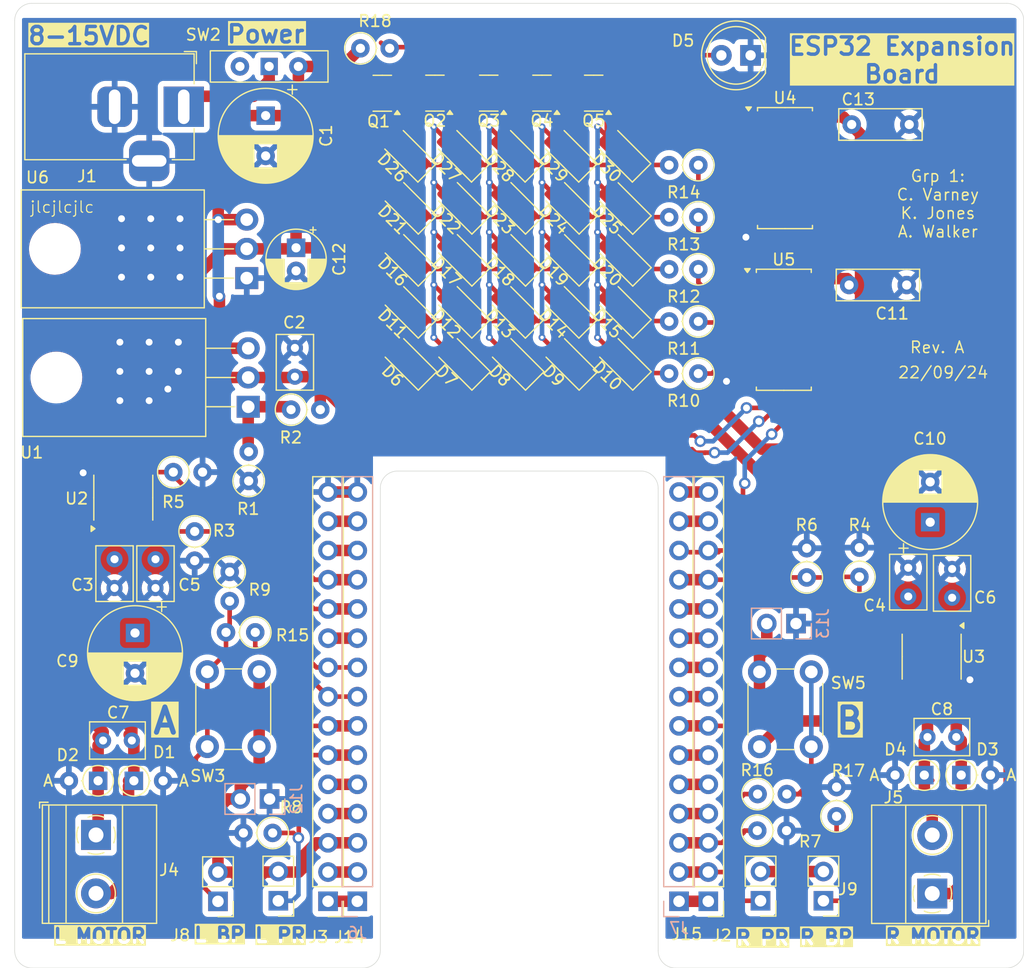
<source format=kicad_pcb>
(kicad_pcb (version 20221018) (generator pcbnew)
  (layers (0 "F.Cu" signal) (31 "B.Cu" signal) (34 "B.Paste" user) (35 "F.Paste" user) (36 "B.SilkS" user "B.Silkscreen") (37 "F.SilkS" user "F.Silkscreen") (38 "B.Mask" user) (39 "F.Mask" user) (44 "Edge.Cuts" user))
  (net 0 "")
  (net 1 "PWR_IN")
  (net 2 "GND")
  (net 3 "VDD")
  (net 4 "MOTOR-L1")
  (net 5 "MOTOR-L2")
  (net 6 "MOTOR-R1")
  (net 7 "MOTOR-R2")
  (net 8 "+3V3")
  (net 9 "Net-(D10-K)")
  (net 10 "Net-(D11-A)")
  (net 11 "Net-(D12-A)")
  (net 12 "Net-(D13-A)")
  (net 13 "Net-(D14-A)")
  (net 14 "Net-(D10-A)")
  (net 15 "Net-(D11-K)")
  (net 16 "Net-(D16-K)")
  (net 17 "Net-(D21-K)")
  (net 18 "Net-(D26-K)")
  (net 19 "Net-(SW2-B)")
  (net 22 "Net-(J14-Pin_13)")
  (net 23 "Net-(J14-Pin_14)")
  (net 24 "Net-(J14-Pin_10)")
  (net 25 "Net-(J14-Pin_5)")
  (net 26 "GPIO4")
  (net 27 "GPIO5")
  (net 28 "GPIO6")
  (net 29 "GPIO7")
  (net 30 "Net-(J14-Pin_4)")
  (net 31 "GPIO8")
  (net 32 "GPIO9")
  (net 33 "Net-(J14-Pin_1)")
  (net 34 "Net-(J14-Pin_2)")
  (net 35 "Net-(J15-Pin_15)")
  (net 36 "GPIO0")
  (net 37 "GPIO1")
  (net 38 "Net-(J15-Pin_14)")
  (net 39 "Net-(J15-Pin_11)")
  (net 40 "Net-(J15-Pin_10)")
  (net 41 "GPIO10")
  (net 42 "Net-(J15-Pin_8)")
  (net 43 "Net-(J15-Pin_9)")
  (net 44 "Net-(J15-Pin_6)")
  (net 45 "Net-(J15-Pin_5)")
  (net 46 "GPIO18")
  (net 47 "GPIO19")
  (net 48 "Net-(J15-Pin_4)")
  (net 49 "Net-(J15-Pin_1)")
  (net 50 "Net-(J8-P1)")
  (net 51 "Net-(J9-P1)")
  (net 52 "ROW1")
  (net 53 "ROW2")
  (net 54 "ROW3")
  (net 55 "ROW4")
  (net 56 "ROW5")
  (net 57 "Net-(U1-ADJ)")
  (net 58 "COL1")
  (net 59 "COL2")
  (net 60 "COL3")
  (net 61 "COL4")
  (net 62 "COL5")
  (net 65 "Net-(U4-QH')")
  (net 76 "Net-(D5-A)")
  (footprint "Capacitor_THT:C_Rect_L4.6mm_W3.0mm_P2.50mm_MKS02_FKP02" (layer "F.Cu") (at 177.478673 106.034958 90)
    (fp_text reference "C6")
    (fp_text value "100n")
  )
  (footprint "Resistor_THT:R_Axial_DIN0207_L6.3mm_D2.5mm_P2.54mm_Vertical" (layer "F.Cu") (at 116.962673 109.039958 180)
    (fp_text reference "R15")
    (fp_text value "1k")
  )
  (footprint "TerminalBlock_Phoenix:TerminalBlock_Phoenix_MKDS-1,5-2-5.08_1x02_P5.08mm_Horizontal" (layer "F.Cu") (at 175.751673 131.733958 90)
    (fp_text reference "J5")
    (fp_text value "MOTOR-R")
  )
  (footprint "Resistor_THT:R_Axial_DIN0207_L6.3mm_D2.5mm_P2.54mm_Vertical" (layer "F.Cu") (at 160.587673 123.092958)
    (fp_text reference "R16")
    (fp_text value "1k")
  )
  (footprint "LED_SMD:LED_1206_3216Metric_Pad1.42x1.75mm_HandSolder" (layer "F.Cu") (at 148.80818 80.938076 135)
    (fp_text reference "D15")
    (fp_text value "LED" hide)
  )
  (footprint "Capacitor_THT:C_Rect_L4.6mm_W3.0mm_P2.50mm_MKS02_FKP02" (layer "F.Cu") (at 177.839673 118.139958 180)
    (fp_text reference "C8")
    (fp_text value "100n")
  )
  (footprint "Package_SO:SOIC-8_3.9x4.9mm_P1.27mm" (layer "F.Cu") (at 105.503673 97.335958 90)
    (fp_text reference "U2")
    (fp_text value "ZXBM5210-S")
  )
  (footprint "Resistor_THT:R_Axial_DIN0207_L6.3mm_D2.5mm_P2.54mm_Vertical" (layer "F.Cu") (at 164.854873 104.271558 90)
    (fp_text reference "R6")
    (fp_text value "10K")
  )
  (footprint "Package_TO_SOT_SMD:SOT-23-3" (layer "F.Cu") (at 146.352386 62.191997 180)
    (fp_text reference "Q5")
    (fp_text value "BSH205")
  )
  (footprint "Package_SO:SOIC-16_4.55x10.3mm_P1.27mm" (layer "F.Cu") (at 162.965186 68.705697)
    (fp_text reference "U4")
    (fp_text value "74HC595")
  )
  (footprint "Resistor_THT:R_Axial_DIN0207_L6.3mm_D2.5mm_P2.54mm_Vertical" (layer "F.Cu") (at 155.442546 72.97123 180)
    (fp_text reference "R13")
    (fp_text value "100")
  )
  (footprint "Resistor_THT:R_Axial_DIN0207_L6.3mm_D2.5mm_P2.54mm_Vertical" (layer "F.Cu") (at 120.071073 89.691958)
    (fp_text reference "R2")
    (fp_text value "270")
  )
  (footprint "Resistor_THT:R_Axial_DIN0207_L6.3mm_D2.5mm_P2.54mm_Vertical" (layer "F.Cu") (at 109.847073 95.120758)
    (fp_text reference "R5")
    (fp_text value "10K")
  )
  (footprint "TerminalBlock_Phoenix:TerminalBlock_Phoenix_MKDS-1,5-2-5.08_1x02_P5.08mm_Horizontal" (layer "F.Cu") (at 103.132673 126.643958 -90)
    (fp_text reference "J4")
    (fp_text value "MOTOR-L" hide)
  )
  (footprint "Resistor_THT:R_Axial_DIN0207_L6.3mm_D2.5mm_P2.54mm_Vertical" (layer "F.Cu") (at 155.442546 82.02723 180)
    (fp_text reference "R11")
    (fp_text value "100")
  )
  (footprint "Button_Switch_THT:SW_Slide-03_Wuerth-WS-SLTV_10x2.5x6.4_P2.54mm" (layer "F.Cu") (at 118.169673 59.872358 180)
    (fp_text reference "SW2")
    (fp_text value "SW_SPDT" hide)
  )
  (footprint "Resistor_THT:R_Axial_DIN0207_L6.3mm_D2.5mm_P2.54mm_Vertical" (layer "F.Cu") (at 114.740673 103.788958 -90)
    (fp_text reference "R9")
    (fp_text value "3k3")
  )
  (footprint "LED_SMD:LED_1206_3216Metric_Pad1.42x1.75mm_HandSolder" (layer "F.Cu") (at 144.15192 85.457973 135)
    (fp_text reference "D9")
    (fp_text value "LED" hide)
  )
  (footprint "Connector_PinHeader_2.54mm:PinHeader_1x02_P2.54mm_Vertical" (layer "F.Cu") (at 118.965673 132.363958 180)
    (fp_text reference "J3")
    (fp_text value "PHOTORESISTOR_2" hide)
  )
  (footprint "LED_SMD:LED_1206_3216Metric_Pad1.42x1.75mm_HandSolder" (layer "F.Cu") (at 130.183143 85.457973 135)
    (fp_text reference "D6")
    (fp_text value "LED" hide)
  )
  (footprint "LED_SMD:LED_1206_3216Metric_Pad1.42x1.75mm_HandSolder" (layer "F.Cu") (at 139.495661 85.457973 135)
    (fp_text reference "D8")
    (fp_text value "LED" hide)
  )
  (footprint "Capacitor_THT:C_Rect_L4.6mm_W3.0mm_P2.50mm_MKS02_FKP02" (layer "F.Cu") (at 120.404873 86.827158 90)
    (fp_text reference "C2")
    (fp_text value "100n")
  )
  (footprint "LED_SMD:LED_1206_3216Metric_Pad1.42x1.75mm_HandSolder" (layer "F.Cu") (at 139.459841 67.378385 135)
    (fp_text reference "D28")
    (fp_text value "LED" hide)
  )
  (footprint "LED_SMD:LED_1206_3216Metric_Pad1.42x1.75mm_HandSolder" (layer "F.Cu") (at 130.147323 67.378385 135)
    (fp_text reference "D26")
    (fp_text value "LED" hide)
  )
  (footprint "LED_SMD:LED_1206_3216Metric_Pad1.42x1.75mm_HandSolder" (layer "F.Cu") (at 134.839402 71.898282 135)
    (fp_text reference "D22")
    (fp_text value "LED" hide)
  )
  (footprint "LED_SMD:LED_1206_3216Metric_Pad1.42x1.75mm_HandSolder" (layer "F.Cu") (at 144.15192 71.898282 135)
    (fp_text reference "D24")
    (fp_text value "LED" hide)
  )
  (footprint "LED_SMD:LED_1206_3216Metric_Pad1.42x1.75mm_HandSolder" (layer "F.Cu") (at 134.832817 80.938076 135)
    (fp_text reference "D12")
    (fp_text value "LED" hide)
  )
  (footprint "Button_Switch_THT:SW_PUSH_6mm_H5mm" (layer "F.Cu") (at 160.750673 118.976958 90)
    (fp_text reference "SW5")
    (fp_text value "BTN_B")
  )
  (footprint "Diode_THT:D_DO-35_SOD27_P2.54mm_Vertical_AnodeUp" (layer "F.Cu") (at 178.269359 121.441958)
    (fp_text reference "D3")
    (fp_text value "SR240")
  )
  (footprint "Diode_THT:D_DO-35_SOD27_P2.54mm_Vertical_AnodeUp" (layer "F.Cu") (at 103.315987 121.938587 180)
    (fp_text reference "D2")
    (fp_text value "SR240")
  )
  (footprint "Resistor_THT:R_Axial_DIN0207_L6.3mm_D2.5mm_P2.54mm_Vertical" (layer "F.Cu") (at 155.442546 68.44323 180)
    (fp_text reference "R14")
    (fp_text value "100")
  )
  (footprint "Package_TO_SOT_SMD:SOT-23-3" (layer "F.Cu") (at 141.862086 62.191997 180)
    (fp_text reference "Q4")
    (fp_text value "BSH205")
  )
  (footprint "Capacitor_THT:CP_Radial_D8.0mm_P3.50mm" (layer "F.Cu") (at 117.864873 64.144758 -90)
    (fp_text reference "C1")
    (fp_text value "100u")
  )
  (footprint "LED_SMD:LED_1206_3216Metric_Pad1.42x1.75mm_HandSolder" (layer "F.Cu") (at 134.839402 76.418179 135)
    (fp_text reference "D17")
    (fp_text value "LED" hide)
  )
  (footprint "Button_Switch_THT:SW_PUSH_6mm_H5mm" (layer "F.Cu") (at 117.301673 112.465958 -90)
    (fp_text reference "SW3")
    (fp_text value "BTN_A")
  )
  (footprint "Connector_PinHeader_2.54mm:PinHeader_1x02_P2.54mm_Vertical" (layer "F.Cu") (at 113.724673 132.412958 180)
    (fp_text reference "J8")
    (fp_text value "LEAF_L")
  )
  (footprint "LED_SMD:LED_1206_3216Metric_Pad1.42x1.75mm_HandSolder" (layer "F.Cu") (at 139.495661 71.898282 135)
    (fp_text reference "D23")
    (fp_text value "LED" hide)
  )
  (footprint "LED_SMD:LED_1206_3216Metric_Pad1.42x1.75mm_HandSolder" (layer "F.Cu") (at 134.839402 85.457973 135)
    (fp_text reference "D7")
    (fp_text value "LED" hide)
  )
  (footprint "LED_SMD:LED_1206_3216Metric_Pad1.42x1.75mm_HandSolder" (layer "F.Cu") (at 148.808179 85.457973 135)
    (fp_text reference "D10")
    (fp_text value "LED" hide)
  )
  (footprint "Resistor_THT:R_Axial_DIN0207_L6.3mm_D2.5mm_P2.54mm_Vertical" (layer "F.Cu") (at 116.391673 95.889558 90)
    (fp_text reference "R1")
    (fp_text value "820")
  )
  (footprint "Capacitor_THT:C_Rect_L7.0mm_W2.5mm_P5.00mm" (layer "F.Cu") (at 168.756288 64.915432)
    (fp_text reference "C13")
    (fp_text value "100nF")
  )
  (footprint "Capacitor_THT:C_Rect_L4.6mm_W3.0mm_P2.50mm_MKS02_FKP02" (layer "F.Cu") (at 106.245673 118.437958 180)
    (fp_text reference "C7")
    (fp_text value "100n")
  )
  (footprint "Package_TO_SOT_THT:TO-220-3_Horizontal_TabDown" (layer "F.Cu") (at 116.350673 89.437958 90)
    (fp_text reference "U1")
    (fp_text value "LM338T")
  )
  (footprint "LED_SMD:LED_1206_3216Metric_Pad1.42x1.75mm_HandSolder" (layer "F.Cu") (at 144.132165 80.938076 135)
    (fp_text reference "D14")
    (fp_text value "LED" hide)
  )
  (footprint "Connector_BarrelJack:BarrelJack_Horizontal" (layer "F.Cu") (at 110.752873 63.377558)
    (fp_text reference "J1")
    (fp_text value "Barrel_Jack_Switch" hide)
  )
  (footprint "Package_TO_SOT_SMD:SOT-23-3" (layer "F.Cu") (at 127.994886 62.201997 180)
    (fp_text reference "Q1")
    (fp_text value "BSH205")
  )
  (footprint "Capacitor_THT:CP_Radial_D8.0mm_P3.50mm" (layer "F.Cu") (at 106.519673 109.095958 -90)
    (fp_text reference "C9")
    (fp_text value "10u" hide)
  )
  (footprint "Capacitor_THT:C_Rect_L4.6mm_W3.0mm_P2.50mm_MKS02_FKP02" (layer "F.Cu") (at 108.297673 102.689958 -90)
    (fp_text reference "C5")
    (fp_text value "100n" hide)
  )
  (footprint "Resistor_THT:R_Axial_DIN0207_L6.3mm_D2.5mm_P2.54mm_Vertical" (layer "F.Cu") (at 111.701273 100.273358 -90)
    (fp_text reference "R3")
    (fp_text value "10K")
  )
  (footprint "LED_SMD:LED_1206_3216Metric_Pad1.42x1.75mm_HandSolder" (layer "F.Cu") (at 130.183143 80.938076 135)
    (fp_text reference "D11")
    (fp_text value "LED" hide)
  )
  (footprint "LED_SMD:LED_1206_3216Metric_Pad1.42x1.75mm_HandSolder" (layer "F.Cu") (at 148.808179 71.914564 135)
    (fp_text reference "D25")
    (fp_text value "LED" hide)
  )
  (footprint "LED_SMD:LED_1206_3216Metric_Pad1.42x1.75mm_HandSolder" (layer "F.Cu") (at 139.495661 76.418179 135)
    (fp_text reference "D18")
    (fp_text value "LED" hide)
  )
  (footprint "Resistor_THT:R_Axial_DIN0207_L6.3mm_D2.5mm_P2.54mm_Vertical" (layer "F.Cu") (at 167.445673 125.026958 90)
    (fp_text reference "R17")
    (fp_text value "3k3")
  )
  (footprint "LED_SMD:LED_1206_3216Metric_Pad1.42x1.75mm_HandSolder" (layer "F.Cu") (at 144.15192 76.418179 135)
    (fp_text reference "D19")
    (fp_text value "LED" hide)
  )
  (footprint "Resistor_THT:R_Axial_DIN0207_L6.3mm_D2.5mm_P2.54mm_Vertical" (layer "F.Cu") (at 160.558673 126.267958)
    (fp_text reference "R7")
    (fp_text value "10k")
  )
  (footprint "Connector_PinHeader_2.54mm:PinHeader_1x15_P2.54mm_Vertical" (layer "F.Cu") (at 123.283673 132.407958 180)
    (fp_text reference "J14")
    (fp_text value "ESP_PT")
  )
  (footprint "Diode_THT:D_DO-35_SOD27_P2.54mm_Vertical_AnodeUp" (layer "F.Cu") (at 175.065673 121.441958 180)
    (fp_text reference "D4")
    (fp_text value "SR240")
  )
  (footprint "LED_SMD:LED_1206_3216Metric_Pad1.42x1.75mm_HandSolder" (layer "F.Cu") (at 148.772359 67.378385 135)
    (fp_text reference "D30")
    (fp_text value "LED" hide)
  )
  (footprint "Package_SO:SOIC-16_4.55x10.3mm_P1.27mm" (layer "F.Cu") (at 162.862386 82.751897)
    (fp_text reference "U5")
    (fp_text value "74HC595")
  )
  (footprint "Package_SO:SOIC-8_3.9x4.9mm_P1.27mm" (layer "F.Cu") (at 175.700673 111.154958 -90)
    (fp_text reference "U3")
    (fp_text value "ZXBM5210-S")
  )
  (footprint "Connector_PinHeader_2.54mm:PinHeader_1x02_P2.54mm_Vertical" (layer "F.Cu") (at 166.302673 132.363958 180)
    (fp_text reference "J9")
    (fp_text value "LEAF_R")
  )
  (footprint "Capacitor_THT:C_Rect_L4.6mm_W3.0mm_P2.50mm_MKS02_FKP02" (layer "F.Cu") (at 104.741673 102.689958 -90)
    (fp_text reference "C3")
    (fp_text value "100n" hide)
  )
  (footprint "Resistor_THT:R_Axial_DIN0207_L6.3mm_D2.5mm_P2.54mm_Vertical" (layer "F.Cu") (at 118.474473 126.471158 180)
    (fp_text reference "R8")
    (fp_text value "10k")
  )
  (footprint "LED_SMD:LED_1206_3216Metric_Pad1.42x1.75mm_HandSolder" (layer "F.Cu") (at 139.482491 80.938076 135)
    (fp_text reference "D13")
    (fp_text value "LED" hide)
  )
  (footprint "Package_TO_SOT_THT:TO-220-3_Horizontal_TabDown" (layer "F.Cu") (at 116.223673 78.261958 90)
    (fp_text reference "U6")
    (fp_text value "LM1117T-3.3")
  )
  (footprint "Capacitor_THT:C_Rect_L4.6mm_W3.0mm_P2.50mm_MKS02_FKP02" (layer "F.Cu") (at 173.668673 105.927958 90)
    (fp_text reference "C4")
    (fp_text value "100n")
  )
  (footprint "Capacitor_THT:C_Rect_L7.0mm_W2.5mm_P5.00mm" (layer "F.Cu") (at 168.534572 78.862585)
    (fp_text reference "C11")
    (fp_text value "100nF")
  )
  (footprint "Resistor_THT:R_Axial_DIN0207_L6.3mm_D2.5mm_P2.54mm_Vertical" (layer "F.Cu") (at 155.442546 77.49923 180)
    (fp_text reference "R12")
    (fp_text value "100")
  )
  (footprint "LED_THT:LED_D5.0mm" (layer "F.Cu") (at 159.978073 58.907158 180)
    (fp_text reference "D5")
    (fp_text value "LED")
  )
  (footprint "Capacitor_THT:CP_Radial_D5.0mm_P2.00mm" (layer "F.Cu") (at 120.506473 75.630446 -90)
    (fp_text reference "C12")
    (fp_text value "10uF")
  )
  (footprint "Package_TO_SOT_SMD:SOT-23-3" (layer "F.Cu") (at 132.565686 62.191997 180)
    (fp_text reference "Q2")
    (fp_text value "BSH205")
  )
  (footprint "LED_SMD:LED_1206_3216Metric_Pad1.42x1.75mm_HandSolder" (layer "F.Cu") (at 144.1161 67.378385 135)
    (fp_text reference "D29")
    (fp_text value "LED" hide)
  )
  (footprint "Connector_PinHeader_2.54mm:PinHeader_1x15_P2.54mm_Vertical" (layer "F.Cu") (at 156.303673 132.407958 180)
    (fp_text reference "J15")
    (fp_text value "ESP_PT" hide)
  )
  (footprint "Package_TO_SOT_SMD:SOT-23-3" (layer "F.Cu") (at 137.239286 62.191997 180)
    (fp_text reference "Q3")
    (fp_text value "BSH205")
  )
  (footprint "LED_SMD:LED_1206_3216Metric_Pad1.42x1.75mm_HandSolder" (layer "F.Cu") (at 148.808179 76.418179 135)
    (fp_text reference "D20")
    (fp_text value "LED" hide)
  )
  (footprint "Capacitor_THT:CP_Radial_D8.0mm_P3.50mm" (layer "F.Cu") (at 175.573673 99.470958 90)
    (fp_text reference "C10")
    (fp_text value "10u")
  )
  (footprint "LED_SMD:LED_1206_3216Metric_Pad1.42x1.75mm_HandSolder" (layer "F.Cu") (at 130.183143 76.418179 135)
    (fp_text reference "D16")
    (fp_text value "LED" hide)
  )
  (footprint "LED_SMD:LED_1206_3216Metric_Pad1.42x1.75mm_HandSolder" (layer "F.Cu") (at 134.803582 67.378385 135)
    (fp_text reference "D27")
    (fp_text value "LED" hide)
  )
  (footprint "Connector_PinHeader_2.54mm:PinHeader_1x02_P2.54mm_Vertical" (layer "F.Cu") (at 160.841673 132.363958 180)
    (fp_text reference "J2")
    (fp_text value "PHOTORESISTOR_1")
  )
  (footprint "LED_SMD:LED_1206_3216Metric_Pad1.42x1.75mm_HandSolder" (layer "F.Cu") (at 130.183143 71.898282 135)
    (fp_text reference "D21")
    (fp_text value "LED" hide)
  )
  (footprint "Resistor_THT:R_Axial_DIN0207_L6.3mm_D2.5mm_P2.54mm_Vertical" (layer "F.Cu") (at 126.094473 58.297558)
    (fp_text reference "R18")
    (fp_text value "330")
  )
  (footprint "Resistor_THT:R_Axial_DIN0207_L6.3mm_D2.5mm_P2.54mm_Vertical" (layer "F.Cu") (at 169.426873 104.220758 90)
    (fp_text reference "R4")
    (fp_text value "10K")
  )
  (footprint "Diode_THT:D_DO-35_SOD27_P2.54mm_Vertical_AnodeUp" (layer "F.Cu") (at 106.421358 121.938587)
    (fp_text reference "D1")
    (fp_text value "SR240" hide)
  )
  (footprint "Resistor_THT:R_Axial_DIN0207_L6.3mm_D2.5mm_P2.54mm_Vertical" (layer "F.Cu") (at 155.438546 86.55523 180)
    (fp_text reference "R10")
    (fp_text value "100")
  )
  (footprint "Connector_PinHeader_2.54mm:PinHeader_1x02_P2.54mm_Vertical" (layer "B.Cu") (at 163.923673 108.277958 90)
    (fp_text reference "J13")
    (fp_text value "3V3")
  )
  (footprint "Connector_PinHeader_2.54mm:PinHeader_1x15_P2.54mm_Vertical" (layer "B.Cu") (at 125.823673 132.407958)
    (fp_text reference "J6")
    (fp_text value "ESP")
  )
  (footprint "Connector_PinHeader_2.54mm:PinHeader_1x15_P2.54mm_Vertical" (layer "B.Cu") (at 153.763673 132.407958)
    (fp_text reference "J7")
    (fp_text value "ESP" hide)
  )
  (footprint "Connector_PinHeader_2.54mm:PinHeader_1x02_P2.54mm_Vertical" (layer "B.Cu") (at 118.203673 123.517958 90)
    (fp_text reference "J12")
    (fp_text value "3V3" hide)
  )
  (gr_arc (start 150.451673 95.025958) (mid 151.512333 95.465298) (end 151.951673 96.525958) (stroke (width 0.05)) (layer "Edge.Cuts"))
  (gr_line (start 127.821673 136.705958) (end 127.821673 96.525958) (stroke (width 0.05)) (layer "Edge.Cuts"))
  (gr_line (start 129.321673 95.025958) (end 150.451673 95.025958) (stroke (width 0.05)) (layer "Edge.Cuts"))
  (gr_line (start 151.951673 96.525958) (end 151.951673 136.705958) (stroke (width 0.05)) (layer "Edge.Cuts"))
  (gr_line (start 97.571673 138.205958) (end 126.321673 138.205958) (stroke (width 0.05)) (layer "Edge.Cuts"))
  (gr_arc (start 153.451673 138.205958) (mid 152.391013 137.766618) (end 151.951673 136.705958) (stroke (width 0.05)) (layer "Edge.Cuts"))
  (gr_arc (start 183.701673 136.705958) (mid 183.262333 137.766618) (end 182.201673 138.205958) (stroke (width 0.05)) (layer "Edge.Cuts"))
  (gr_arc (start 97.571673 138.205958) (mid 96.511013 137.766618) (end 96.071673 136.705958) (stroke (width 0.05)) (layer "Edge.Cuts"))
  (gr_line (start 183.701673 136.705958) (end 183.701673 55.885958) (stroke (width 0.05)) (layer "Edge.Cuts"))
  (gr_arc (start 96.071673 55.885958) (mid 96.511013 54.825298) (end 97.571673 54.385958) (stroke (width 0.05)) (layer "Edge.Cuts"))
  (gr_line (start 153.451673 138.205958) (end 182.201673 138.205958) (stroke (width 0.05)) (layer "Edge.Cuts"))
  (gr_arc (start 182.201673 54.385958) (mid 183.262333 54.825298) (end 183.701673 55.885958) (stroke (width 0.05)) (layer "Edge.Cuts"))
  (gr_arc (start 127.821673 136.705958) (mid 127.382333 137.766618) (end 126.321673 138.205958) (stroke (width 0.05)) (layer "Edge.Cuts"))
  (gr_arc (start 127.821673 96.525958) (mid 128.261013 95.465298) (end 129.321673 95.025958) (stroke (width 0.05)) (layer "Edge.Cuts"))
  (gr_line (start 96.071673 55.885958) (end 96.071673 136.705958) (stroke (width 0.05)) (layer "Edge.Cuts"))
  (gr_line (start 182.201673 54.385958) (end 97.571673 54.385958) (stroke (width 0.05)) (layer "Edge.Cuts"))
  (gr_text "R PR" (at 158.554451 136.306353) (layer "F.SilkS" knockout) (effects (font (size 1.2 1.2) (thickness 0.3) bold) (justify left bottom)))
  (gr_text "R MOTOR" (at 171.543446 136.157976) (layer "F.SilkS" knockout) (effects (font (size 1.2 1.2) (thickness 0.3) bold) (justify left bottom)))
  (gr_text "8-15VDC" (at 97.087673 58.094358) (layer "F.SilkS" knockout) (effects (font (size 1.5 1.5) (thickness 0.3) bold) (justify left bottom)))
  (gr_text "A" (at 107.882673 118.012958) (layer "F.SilkS" knockout) (effects (font (size 2.2 2.2) (thickness 0.44) bold) (justify left bottom)))
  (gr_text "L BP" (at 111.514873 136.021558) (layer "F.SilkS" knockout) (effects (font (size 1.2 1.2) (thickness 0.3) bold) (justify left bottom)))
  (gr_text "L PR" (at 116.798073 136.072358) (layer "F.SilkS" knockout) (effects (font (size 1.2 1.2) (thickness 0.3) bold) (justify left bottom)))
  (gr_text "22/09/24" (at 172.718912 87.051792) (layer "F.SilkS") (effects (font (size 1 1) (thickness 0.125)) (justify left bottom)))
  (gr_text "R BP" (at 164.091651 136.255553) (layer "F.SilkS" knockout) (effects (font (size 1.2 1.2) (thickness 0.3) bold) (justify left bottom)))
  (gr_text "Grp 1:\nC. Varney\nK. Jones\nA. Walker" (at 176.241257 74.813491) (layer "F.SilkS") (effects (font (size 1 1) (thickness 0.125)) (justify bottom)))
  (gr_text "ESP32 Expansion\nBoard" (at 173.136077 61.419728) (layer "F.SilkS" knockout) (effects (font (size 1.5 1.5) (thickness 0.3) bold) (justify bottom)))
  (gr_text "Rev. A" (at 178.621673 84.865958) (layer "F.SilkS") (effects (font (size 1 1) (thickness 0.125)) (justify right bottom)))
  (gr_text "jlcjlcjlc" (at 97.341673 72.675129) (layer "F.SilkS") (effects (font (size 1 1) (thickness 0.1)) (justify left bottom)))
  (gr_text "L MOTOR" (at 99.314725 136.132286) (layer "F.SilkS" knockout) (effects (font (size 1.2 1.2) (thickness 0.3) bold) (justify left bottom)))
  (gr_text "Power" (at 114.359673 57.941958) (layer "F.SilkS" knockout) (effects (font (size 1.5 1.5) (thickness 0.3) bold) (justify left bottom)))
  (gr_text "B" (at 167.191673 118.012958) (layer "F.SilkS" knockout) (effects (font (size 2.2 2.2) (thickness 0.44) bold) (justify left bottom)))
  (segment (start 124.519673 59.872358) (end 126.094473 58.297558) (width 1) (layer "F.Cu") (net 1))
  (segment (start 120.709673 62.920358) (end 119.485273 64.144758) (width 1) (layer "F.Cu") (net 1))
  (segment (start 114.613673 84.357958) (end 116.350673 84.357958) (width 1) (layer "F.Cu") (net 1))
  (segment (start 113.750073 65.053958) (end 113.750073 73.181958) (width 1) (layer "F.Cu") (net 1))
  (segment (start 119.485273 64.144758) (end 117.864873 64.144758) (width 1) (layer "F.Cu") (net 1))
  (segment (start 120.709673 59.872358) (end 120.709673 62.920358) (width 1) (layer "F.Cu") (net 1))
  (segment (start 117.864873 64.144758) (end 114.659273 64.144758) (width 1) (layer "F.Cu") (net 1))
  (segment (start 113.750073 73.181958) (end 116.223673 73.181958) (width 1) (layer "F.Cu") (net 1))
  (segment (start 113.851673 83.595958) (end 114.613673 84.357958) (width 1) (layer "F.Cu") (net 1))
  (segment (start 113.851673 79.836758) (end 113.851673 83.595958) (width 1) (layer "F.Cu") (net 1))
  (segment (start 120.709673 59.872358) (end 124.519673 59.872358) (width 1) (layer "F.Cu") (net 1))
  (segment (start 114.659273 64.144758) (end 113.750073 65.053958) (width 1) (layer "F.Cu") (net 1))
  (via (at 113.750073 73.181958) (size 1) (drill 0.6) (layers "F.Cu" "B.Cu") (net 1))
  (via (at 113.851673 79.836758) (size 1) (drill 0.6) (layers "F.Cu" "B.Cu") (net 1))
  (segment (start 113.750073 79.735158) (end 113.851673 79.836758) (width 1) (layer "B.Cu") (net 1))
  (segment (start 113.750073 73.181958) (end 113.750073 79.735158) (width 1) (layer "B.Cu") (net 1))
  (segment (start 178.074073 113.161558) (end 177.635673 113.599958) (width 1) (layer "F.Cu") (net 2))
  (segment (start 159.715186 73.150697) (end 159.715186 74.562445) (width 1) (layer "F.Cu") (net 2))
  (segment (start 179.028073 113.161558) (end 178.074073 113.161558) (width 1) (layer "F.Cu") (net 2))
  (segment (start 102.015273 95.178358) (end 103.281273 95.178358) (width 1) (layer "F.Cu") (net 2))
  (segment (start 159.715186 74.562445) (end 159.571673 74.705958) (width 1) (layer "F.Cu") (net 2))
  (segment (start 125.823673 96.847958) (end 123.283673 96.847958) (width 1) (layer "F.Cu") (net 2))
  (segment (start 159.612386 87.196897) (end 157.917707 87.196897) (width 1) (layer "F.Cu") (net 2))
  (segment (start 157.917707 87.196897) (end 157.884981 87.229623) (width 1) (layer "F.Cu") (net 2))
  (segment (start 103.281273 95.178358) (end 103.598673 94.860958) (width 1) (layer "F.Cu") (net 2))
  (segment (start 177.635673 113.599958) (end 177.635673 113.629958) (width 1) (layer "F.Cu") (net 2))
  (via (at 110.286287 83.829845) (size 1) (drill 0.6) (layers "F.Cu" "B.Cu") (net 2))
  (via (at 109.374368 87.902157) (size 1) (drill 0.6) (layers "F.Cu" "B.Cu") (net 2))
  (via (at 107.746287 83.829845) (size 1) (drill 0.6) (layers "F.Cu" "B.Cu") (net 2))
  (via (at 105.347832 75.641557) (size 1) (drill 0.6) (layers "F.Cu" "B.Cu") (net 2))
  (via (at 105.206287 88.909845) (size 1) (drill 0.6) (layers "F.Cu" "B.Cu") (net 2))
  (via (at 107.746287 88.909845) (size 1) (drill 0.6) (layers "F.Cu" "B.Cu") (net 2))
  (via (at 159.571673 74.705958) (size 1) (drill 0.6) (layers "F.Cu" "B.Cu") (net 2))
  (via (at 107.887832 75.641557) (size 1) (drill 0.6) (layers "F.Cu" "B.Cu") (net 2))
  (via (at 105.347832 78.181557) (size 1) (drill 0.6) (layers "F.Cu" "B.Cu") (net 2))
  (via (at 110.427832 75.641557) (size 1) (drill 0.6) (layers "F.Cu" "B.Cu") (net 2))
  (via (at 107.887832 78.181557) (size 1) (drill 0.6) (layers "F.Cu" "B.Cu") (net 2))
  (via (at 110.286287 86.369845) (size 1) (drill 0.6) (layers "F.Cu" "B.Cu") (net 2))
  (via (at 102.015273 95.178358) (size 1) (drill 0.6) (layers "F.Cu" "B.Cu") (net 2))
  (via (at 105.206287 86.369845) (size 1) (drill 0.6) (layers "F.Cu" "B.Cu") (net 2))
  (via (at 105.206287 83.829845) (size 1) (drill 0.6) (layers "F.Cu" "B.Cu") (net 2))
  (via (at 179.028073 113.161558) (size 1) (drill 0.6) (layers "F.Cu" "B.Cu") (net 2))
  (via (at 110.427832 73.101557) (size 1) (drill 0.6) (layers "F.Cu" "B.Cu") (net 2))
  (via (at 157.884981 87.229623) (size 1) (drill 0.6) (layers "F.Cu" "B.Cu") (net 2))
  (via (at 110.427832 78.181557) (size 1) (drill 0.6) (layers "F.Cu" "B.Cu") (net 2))
  (via (at 105.347832 73.101557) (size 1) (drill 0.6) (layers "F.Cu" "B.Cu") (net 2))
  (via (at 107.746287 86.369845) (size 1) (drill 0.6) (layers "F.Cu" "B.Cu") (net 2))
  (via (at 107.887832 73.101557) (size 1) (drill 0.6) (layers "F.Cu" "B.Cu") (net 2))
  (segment (start 121.900687 86.827158) (end 125.730687 90.657158) (width 1) (layer "F.Cu") (net 3))
  (segment (start 160.820873 95.259158) (end 164.448473 98.886758) (width 1) (layer "F.Cu") (net 3))
  (segment (start 121.878073 86.827158) (end 120.404873 86.827158) (width 1) (layer "F.Cu") (net 3))
  (segment (start 121.878073 86.827158) (end 121.900687 86.827158) (width 1) (layer "F.Cu") (net 3))
  (segment (start 116.350673 86.897958) (end 120.334073 86.897958) (width 1) (layer "F.Cu") (net 3))
  (segment (start 120.334073 86.897958) (end 120.404873 86.827158) (width 1) (layer "F.Cu") (net 3))
  (segment (start 114.350673 86.897958) (end 108.457873 92.790758) (width 1) (layer "F.Cu") (net 3))
  (segment (start 122.611073 87.560158) (end 121.878073 86.827158) (width 1) (layer "F.Cu") (net 3))
  (segment (start 106.130073 92.790758) (end 107.400073 92.790758) (width 1) (layer "F.Cu") (net 3))
  (segment (start 164.448473 98.886758) (end 174.989473 98.886758) (width 1) (layer "F.Cu") (net 3))
  (segment (start 125.730687 90.657158) (end 156.168073 90.657158) (width 1) (layer "F.Cu") (net 3))
  (segment (start 156.168073 90.657158) (end 160.770073 95.259158) (width 1) (layer "F.Cu") (net 3))
  (segment (start 116.350673 86.897958) (end 114.350673 86.897958) (width 1) (layer "F.Cu") (net 3))
  (segment (start 160.770073 95.259158) (end 160.820873 95.259158) (width 1) (layer "F.Cu") (net 3))
  (segment (start 108.457873 92.790758) (end 107.400073 92.790758) (width 1) (layer "F.Cu") (net 3))
  (segment (start 122.611073 89.691958) (end 122.611073 87.560158) (width 1) (layer "F.Cu") (net 3))
  (segment (start 174.989473 98.886758) (end 175.573673 99.470958) (width 1) (layer "F.Cu") (net 3))
  (segment (start 101.507273 92.384358) (end 103.444733 92.384358) (width 1) (layer "F.Cu") (net 4))
  (segment (start 103.315987 118.867644) (end 103.745673 118.437958) (width 1) (layer "F.Cu") (net 4))
  (segment (start 99.915673 113.865958) (end 99.915673 93.975958) (width 1) (layer "F.Cu") (net 4))
  (segment (start 103.315987 121.938587) (end 103.315987 118.867644) (width 1) (layer "F.Cu") (net 4))
  (segment (start 103.315987 118.125644) (end 103.511673 117.929958) (width 1) (layer "F.Cu") (net 4))
  (segment (start 103.315987 126.460644) (end 103.132673 126.643958) (width 1) (layer "F.Cu") (net 4))
  (segment (start 104.898673 93.838298) (end 104.898673 94.860958) (width 1) (layer "F.Cu") (net 4))
  (segment (start 103.745673 118.437958) (end 103.745673 117.695958) (width 1) (layer "F.Cu") (net 4))
  (segment (start 99.915673 93.975958) (end 101.507273 92.384358) (width 1) (layer "F.Cu") (net 4))
  (segment (start 103.444733 92.384358) (end 104.898673 93.838298) (width 1) (layer "F.Cu") (net 4))
  (segment (start 103.745673 117.695958) (end 99.915673 113.865958) (width 1) (layer "F.Cu") (net 4))
  (segment (start 103.315987 121.938587) (end 103.315987 126.460644) (width 1) (layer "F.Cu") (net 4))
  (segment (start 106.421358 118.339643) (end 106.011673 117.929958) (width 1) (layer "F.Cu") (net 5))
  (segment (start 102.286673 99.810958) (end 101.693673 100.403958) (width 1) (layer "F.Cu") (net 5))
  (segment (start 106.245673 117.401958) (end 106.245673 118.437958) (width 1) (layer "F.Cu") (net 5))
  (segment (start 105.960673 130.221958) (end 104.458673 131.723958) (width 1) (layer "F.Cu") (net 5))
  (segment (start 106.421358 118.613643) (end 106.245673 118.437958) (width 1) (layer "F.Cu") (net 5))
  (segment (start 105.960673 121.946643) (end 106.421358 121.485958) (width 1) (layer "F.Cu") (net 5))
  (segment (start 106.421358 121.938587) (end 106.421358 118.613643) (width 1) (layer "F.Cu") (net 5))
  (segment (start 103.598673 99.810958) (end 102.286673 99.810958) (width 1) (layer "F.Cu") (net 5))
  (segment (start 104.458673 131.723958) (end 102.731151 131.723958) (width 1) (layer "F.Cu") (net 5))
  (segment (start 104.458673 131.723958) (end 103.132673 131.723958) (width 1) (layer "F.Cu") (net 5))
  (segment (start 105.960673 122.399272) (end 105.960673 130.221958) (width 1) (layer "F.Cu") (net 5))
  (segment (start 101.693673 100.403958) (end 101.693673 112.849958) (width 1) (layer "F.Cu") (net 5))
  (segment (start 106.421358 121.938587) (end 105.960673 122.399272) (width 1) (layer "F.Cu") (net 5))
  (segment (start 101.693673 112.849958) (end 106.245673 117.401958) (width 1) (layer "F.Cu") (net 5))
  (segment (start 175.751673 124.540958) (end 175.751673 126.653958) (width 1) (layer "F.Cu") (net 6))
  (segment (start 175.065673 123.854958) (end 175.751673 124.540958) (width 1) (layer "F.Cu") (net 6))
  (segment (start 175.065673 121.441958) (end 175.065673 123.854958) (width 1) (layer "F.Cu") (net 6))
  (segment (start 175.065673 118.532272) (end 175.457987 118.139958) (width 1) (layer "F.Cu") (net 6))
  (segment (start 176.335673 115.472958) (end 176.335673 113.629958) (width 1) (layer "F.Cu") (net 6))
  (segment (start 175.751673 121.902644) (end 175.290987 121.441958) (width 0.4) (layer "F.Cu") (net 6))
  (segment (start 175.339673 118.139958) (end 175.339673 116.468958) (width 1) (layer "F.Cu") (net 6))
  (segment (start 175.339673 116.468958) (end 176.335673 115.472958) (width 1) (layer "F.Cu") (net 6))
  (segment (start 175.065673 121.441958) (end 175.065673 118.532272) (width 1) (layer "F.Cu") (net 6))
  (segment (start 178.269359 118.45133) (end 177.957987 118.139958) (width 1) (layer "F.Cu") (net 7))
  (segment (start 178.269359 121.441958) (end 178.269359 130.938272) (width 1) (layer "F.Cu") (net 7))
  (segment (start 179.194673 108.679958) (end 180.602873 110.088158) (width 1) (layer "F.Cu") (net 7))
  (segment (start 178.269359 121.441958) (end 178.269359 118.45133) (width 1) (layer "F.Cu") (net 7))
  (segment (start 177.986673 116.742958) (end 177.839673 116.889958) (width 1) (layer "F.Cu") (net 7))
  (segment (start 180.602873 113.999758) (end 177.986673 116.615958) (width 1) (layer "F.Cu") (net 7))
  (segment (start 177.986673 116.615958) (end 177.986673 116.742958) (width 1) (layer "F.Cu") (net 7))
  (segment (start 178.269359 130.938272) (end 177.473673 131.733958) (width 1) (layer "F.Cu") (net 7))
  (segment (start 177.473673 131.733958) (end 175.751673 131.733958) (width 1) (layer "F.Cu") (net 7))
  (segment (start 177.839673 116.889958) (end 177.839673 118.139958) (width 1) (layer "F.Cu") (net 7))
  (segment (start 177.605673 108.679958) (end 179.194673 108.679958) (width 1) (layer "F.Cu") (net 7))
  (segment (start 180.602873 110.088158) (end 180.602873 113.999758) (width 1) (layer "F.Cu") (net 7))
  (segment (start 112.073673 77.871958) (end 114.223673 75.721958) (width 1) (layer "F.Cu") (net 8))
  (segment (start 115.663673 122.423958) (end 115.663673 123.517958) (width 1) (layer "F.Cu") (net 8))
  (segment (start 123.283673 127.327958) (end 122.267673 127.327958) (width 1) (layer "F.Cu") (net 8))
  (segment (start 169.858673 119.663958) (end 166.937673 116.742958) (width 1) (layer "F.Cu") (net 8))
  (segment (start 125.535673 78.859646) (end 125.535673 86.745558) (width 1) (layer "F.Cu") (net 8))
  (segment (start 120.997673 128.597958) (end 120.997673 129.613958) (width 1) (layer "F.Cu") (net 8))
  (segment (start 115.663673 123.517958) (end 114.569673 123.517958) (width 1) (layer "F.Cu") (net 8))
  (segment (start 120.506473 75.630446) (end 120.506473 71.2204) (width 1) (layer "F.Cu") (net 8))
  (segment (start 171.609668 93.093953) (end 180.499668 93.093953) (width 1) (layer "F.Cu") (net 8))
  (segment (start 182.431673 95.025958) (end 182.431673 132.744958) (width 1) (layer "F.Cu") (net 8))
  (segment (start 169.528473 91.215958) (end 169.528473 79.481158) (width 1) (layer "F.Cu") (net 8))
  (segment (start 120.506473 71.2204) (end 124.062473 67.6644) (width 1) (layer "F.Cu") (net 8))
  (segment (start 108.720873 90.403158) (end 112.073673 87.050358) (width 1) (layer "F.Cu") (net 8))
  (segment (start 160.973273 93.125558) (end 168.431673 93.125558) (width 1) (layer "F.Cu") (net 8))
  (segment (start 125.390434 62.201997) (end 126.857386 62.201997) (width 1) (layer "F.Cu") (net 8))
  (segment (start 169.528473 79.481158) (end 169.528473 65.765158) (width 1) (layer "F.Cu") (net 8))
  (segment (start 124.062473 67.6644) (end 124.062473 63.529958) (width 1) (layer "F.Cu") (net 8))
  (segment (start 97.976673 131.855958) (end 97.976673 93.374958) (width 1) (layer "F.Cu") (net 8))
  (segment (start 168.431673 93.125558) (end 169.528473 92.028758) (width 1) (layer "F.Cu") (net 8))
  (segment (start 115.024754 129.872958) (end 113.724673 129.872958) (width 1) (layer "F.Cu") (net 8))
  (segment (start 117.763592 129.867958) (end 116.391673 131.239877) (width 1) (layer "F.Cu") (net 8))
  (segment (start 116.391673 134.395958) (end 115.629673 135.157958) (width 1) (layer "F.Cu") (net 8))
  (segment (start 162.365673 129.823958) (end 163.381673 130.839958) (width 1) (layer "F.Cu") (net 8))
  (segment (start 116.391673 131.239877) (end 116.391673 134.395958) (width 1) (layer "F.Cu") (net 8))
  (segment (start 163.381673 133.887958) (end 164.397673 134.903958) (width 1) (layer "F.Cu") (net 8))
  (segment (start 164.397673 129.823958) (end 166.302673 129.823958) (width 1) (layer "F.Cu") (net 8))
  (segment (start 100.948473 90.403158) (end 108.720873 90.403158) (width 1) (layer "F.Cu") (net 8))
  (segment (start 116.391673 131.239877) (end 115.024754 129.872958) (width 1) (layer "F.Cu") (net 8))
  (segment (start 182.431673 132.744958) (end 180.272673 134.903958) (width 1) (layer "F.Cu") (net 8))
  (segment (start 124.062473 63.529958) (end 125.390434 62.201997) (width 1) (layer "F.Cu") (net 8))
  (segment (start 117.301673 120.785958) (end 115.663673 122.423958) (width 1) (layer "F.Cu") (net 8))
  (segment (start 120.743673 129.867958) (end 117.763592 129.867958) (width 1) (layer "F.Cu") (net 8))
  (segment (start 156.828473 88.980758) (end 160.973273 93.125558) (width 1) (layer "F.Cu") (net 8))
  (segment (start 101.278673 135.157958) (end 97.976673 131.855958) (width 1) (layer "F.Cu") (net 8))
  (segment (start 180.499668 93.093953) (end 182.431673 95.025958) (width 1) (layer "F.Cu") (net 8))
  (segment (start 114.569673 123.517958) (end 113.724673 124.362958) (width 1) (layer "F.Cu") (net 8))
  (segment (start 169.731673 91.215958) (end 171.609668 93.093953) (width 1) (layer "F.Cu") (net 8))
  (segment (start 166.112386 78.306897) (end 168.354212 78.306897) (width 1) (layer "F.Cu") (net 8))
  (segment (start 162.984673 116.742958) (end 160.750673 118.976958) (width 1) (layer "F.Cu") (net 8))
  (segment (start 160.841673 129.823958) (end 162.365673 129.823958) (width 1) (layer "F.Cu") (net 8))
  (segment (start 169.528473 65.765158) (end 168.024012 64.260697) (width 1) (layer "F.Cu") (net 8))
  (segment (start 161.383673 110.435158) (end 161.383673 108.277958) (width 1) (layer "F.Cu") (net 8))
  (segment (start 125.535673 86.745558) (end 127.770873 88.980758) (width 1) (layer "F.Cu") (net 8))
  (segment (start 162.984673 116.742958) (end 160.750673 114.508958) (width 1) (layer "F.Cu") (net 8))
  (segment (start 168.024012 64.260697) (end 166.215186 64.260697) (width 1) (layer "F.Cu") (net 8))
  (segment (start 97.976673 93.374958) (end 100.948473 90.403158) (width 1) (layer "F.Cu") (net 8))
  (segment (start 122.306473 75.630446) (end 125.535673 78.859646) (width 1) (layer "F.Cu") (net 8))
  (segment (start 120.414961 75.721958) (end 120.506473 75.630446) (width 1) (layer "F.Cu") (net 8))
  (segment (start 114.223673 75.721958) (end 116.223673 75.721958) (width 1) (layer "F.Cu") (net 8))
  (segment (start 116.172873 75.671158) (end 116.223673 75.721958) (width 1) (layer "F.Cu") (net 8))
  (segment (start 112.073673 87.050358) (end 112.073673 77.871958) (width 1) (layer "F.Cu") (net 8))
  (segment (start 117.301673 118.965958) (end 117.301673 112.465958) (width 1) (layer "F.Cu") (net 8))
  (segment (start 166.937673 116.742958) (end 162.984673 116.742958) (width 1) (layer "F.Cu") (net 8))
  (segment (start 169.528473 92.028758) (end 169.528473 91.215958) (width 1) (layer "F.Cu") (net 8))
  (segment (start 167.140873 134.903958) (end 167.699673 134.903958) (width 1) (layer "F.Cu") (net 8))
  (segment (start 115.629673 135.157958) (end 101.278673 135.157958) (width 1) (layer "F.Cu") (net 8))
  (segment (start 122.267673 127.327958) (end 120.997673 128.597958) (width 1) (layer "F.Cu") (net 8))
  (segment (start 127.770873 88.980758) (end 156.828473 88.980758) (width 1) (layer "F.Cu") (net 8))
  (segment (start 116.223673 75.721958) (end 120.414961 75.721958) (width 1) (layer "F.Cu") (net 8))
  (segment (start 113.724673 124.362958) (end 113.724673 129.872958) (width 1) (layer "F.Cu") (net 8))
  (segment (start 125.823673 127.327958) (end 123.283673 127.327958) (width 1) (layer "F.Cu") (net 8))
  (segment (start 163.381673 130.839958) (end 164.397673 129.823958) (width 1) (layer "F.Cu") (net 8))
  (segment (start 163.381673 130.839958) (end 163.381673 133.887958) (width 1) (layer "F.Cu") (net 8))
  (segment (start 160.750673 114.508958) (end 160.750673 112.476958) (width 1) (layer "F.Cu") (net 8))
  (segment (start 180.272673 134.903958) (end 167.140873 134.903958) (width 1) (layer "F.Cu") (net 8))
  (segment (start 160.750673 111.068158) (end 161.383673 110.435158) (width 1) (layer "F.Cu") (net 8))
  (segment (start 168.354212 78.306897) (end 169.528473 79.481158) (width 1) (layer "F.Cu") (net 8))
  (segment (start 169.528473 91.215958) (end 169.731673 91.215958) (width 1) (layer "F.Cu") (net 8))
  (segment (start 117.301673 118.965958) (end 117.301673 120.785958) (width 1) (layer "F.Cu") (net 8))
  (segment (start 164.397673 134.903958) (end 167.140873 134.903958) (width 1) (layer "F.Cu") (net 8))
  (segment (start 169.858673 132.744958) (end 169.858673 119.663958) (width 1) (layer "F.Cu") (net 8))
  (segment (start 167.699673 134.903958) (end 169.858673 132.744958) (width 1) (layer "F.Cu") (net 8))
  (segment (start 120.506473 75.630446) (end 122.306473 75.630446) (width 1) (layer "F.Cu") (net 8))
  (segment (start 160.750673 112.476958) (end 160.750673 111.068158) (width 1) (layer "F.Cu") (net 8))
  (segment (start 120.997673 129.613958) (end 120.743673 129.867958) (width 1) (layer "F.Cu") (net 8))
  (segment (start 131.234964 86.509794) (end 149.86 86.509794) (width 0.4) (layer "F.Cu") (net 9))
  (segment (start 152.744691 86.509794) (end 152.7481 86.506385) (width 0.2) (layer "F.Cu") (net 9))
  (segment (start 149.86 86.509794) (end 152.744691 86.509794) (width 0.4) (layer "F.Cu") (net 9))
  (segment (start 129.131322 84.406152) (end 129.131322 66.362384) (width 0.4) (layer "F.Cu") (net 10))
  (segment (start 129.131322 66.362384) (end 129.095502 66.326564) (width 0.4) (layer "F.Cu") (net 10))
  (segment (start 129.095502 63.188881) (end 129.132386 63.151997) (width 0.4) (layer "F.Cu") (net 10))
  (segment (start 129.095502 66.326564) (end 129.095502 63.188881) (width 0.4) (layer "F.Cu") (net 10))
  (segment (start 133.666279 66.326564) (end 132.467921 65.128206) (width 0.4) (layer "F.Cu") (net 11))
  (segment (start 132.4681 65.128027) (end 132.467921 65.128206) (width 0.2) (layer "F.Cu") (net 11))
  (segment (start 133.703186 66.277989) (end 133.751761 66.326564) (width 0.4) (layer "F.Cu") (net 11))
  (segment (start 133.50997 79.886255) (end 132.467921 78.844206) (width 0.4) (layer "F.Cu") (net 11))
  (segment (start 133.780996 79.886255) (end 133.50997 79.886255) (width 0.2) (layer "F.Cu") (net 11))
  (segment (start 133.562073 75.366358) (end 132.467921 74.272206) (width 0.4) (layer "F.Cu") (net 11))
  (segment (start 133.787581 84.406152) (end 133.457867 84.406152) (width 0.2) (layer "F.Cu") (net 11))
  (segment (start 133.751761 66.326564) (end 133.666279 66.326564) (width 0.2) (layer "F.Cu") (net 11))
  (segment (start 133.703186 63.141997) (end 133.703186 66.277989) (width 0.4) (layer "F.Cu") (net 11))
  (segment (start 133.787581 75.366358) (end 133.562073 75.366358) (width 0.2) (layer "F.Cu") (net 11))
  (segment (start 133.360176 70.846461) (end 132.467921 69.954206) (width 0.4) (layer "F.Cu") (net 11))
  (segment (start 133.457867 84.406152) (end 132.467921 83.416206) (width 0.4) (layer "F.Cu") (net 11))
  (segment (start 133.787581 70.846461) (end 133.360176 70.846461) (width 0.2) (layer "F.Cu") (net 11))
  (via (at 132.467921 83.416206) (size 0.6) (drill 0.3) (layers "F.Cu" "B.Cu") (net 11))
  (via (at 132.467921 65.128206) (size 0.6) (drill 0.3) (layers "F.Cu" "B.Cu") (net 11))
  (via (at 132.467921 69.954206) (size 0.6) (drill 0.3) (layers "F.Cu" "B.Cu") (net 11))
  (via (at 132.467921 78.844206) (size 0.6) (drill 0.3) (layers "F.Cu" "B.Cu") (net 11))
  (via (at 132.467921 74.272206) (size 0.6) (drill 0.3) (layers "F.Cu" "B.Cu") (net 11))
  (segment (start 132.467921 83.416206) (end 132.467921 65.128206) (width 0.4) (layer "B.Cu") (net 11))
  (segment (start 138.40802 66.326564) (end 138.40802 66.242305) (width 0.2) (layer "F.Cu") (net 12))
  (segment (start 138.40802 66.242305) (end 137.293921 65.128206) (width 0.4) (layer "F.Cu") (net 12))
  (segment (start 138.376786 63.141997) (end 138.376786 66.211071) (width 0.4) (layer "F.Cu") (net 12))
  (segment (start 138.283867 84.406152) (end 137.293921 83.416206) (width 0.4) (layer "F.Cu") (net 12))
  (segment (start 138.33597 79.886255) (end 137.293921 78.844206) (width 0.4) (layer "F.Cu") (net 12))
  (segment (start 138.388073 75.366358) (end 137.293921 74.272206) (width 0.4) (layer "F.Cu") (net 12))
  (segment (start 138.44384 75.366358) (end 138.388073 75.366358) (width 0.2) (layer "F.Cu") (net 12))
  (segment (start 138.186176 70.846461) (end 137.293921 69.954206) (width 0.4) (layer "F.Cu") (net 12))
  (segment (start 138.44384 84.406152) (end 138.283867 84.406152) (width 0.2) (layer "F.Cu") (net 12))
  (segment (start 138.44384 70.846461) (end 138.186176 70.846461) (width 0.2) (layer "F.Cu") (net 12))
  (segment (start 138.43067 79.886255) (end 138.33597 79.886255) (width 0.2) (layer "F.Cu") (net 12))
  (segment (start 137.213933 65.048218) (end 137.293921 65.128206) (width 0.2) (layer "F.Cu") (net 12))
  (segment (start 138.376786 66.211071) (end 138.40802 66.242305) (width 0.4) (layer "F.Cu") (net 12))
  (via (at 137.293921 69.954206) (size 0.6) (drill 0.3) (layers "F.Cu" "B.Cu") (net 12))
  (via (at 137.293921 65.128206) (size 0.6) (drill 0.3) (layers "F.Cu" "B.Cu") (net 12))
  (via (at 137.293921 83.416206) (size 0.6) (drill 0.3) (layers "F.Cu" "B.Cu") (net 12))
  (via (at 137.293921 74.272206) (size 0.6) (drill 0.3) (layers "F.Cu" "B.Cu") (net 12))
  (via (at 137.293921 78.844206) (size 0.6) (drill 0.3) (layers "F.Cu" "B.Cu") (net 12))
  (segment (start 137.293921 83.416206) (end 137.293921 65.128206) (width 0.4) (layer "B.Cu") (net 12))
  (segment (start 143.100099 84.406152) (end 142.855867 84.406152) (width 0.2) (layer "F.Cu") (net 13))
  (segment (start 142.758176 70.846461) (end 141.865921 69.954206) (width 0.4) (layer "F.Cu") (net 13))
  (segment (start 142.90797 79.886255) (end 141.865921 78.844206) (width 0.4) (layer "F.Cu") (net 13))
  (segment (start 142.999586 63.141997) (end 142.999586 66.261871) (width 0.4) (layer "F.Cu") (net 13))
  (segment (start 143.100099 75.366358) (end 142.960073 75.366358) (width 0.2) (layer "F.Cu") (net 13))
  (segment (start 142.855867 84.406152) (end 141.865921 83.416206) (width 0.4) (layer "F.Cu") (net 13))
  (segment (start 143.100099 70.846461) (end 142.758176 70.846461) (width 0.2) (layer "F.Cu") (net 13))
  (segment (start 141.959766 65.034361) (end 141.865921 65.128206) (width 0.2) (layer "F.Cu") (net 13))
  (segment (start 143.080344 79.886255) (end 142.90797 79.886255) (width 0.2) (layer "F.Cu") (net 13))
  (segment (start 143.064279 66.326564) (end 141.865921 65.128206) (width 0.4) (layer "F.Cu") (net 13))
  (segment (start 142.999586 66.261871) (end 143.064279 66.326564) (width 0.4) (layer "F.Cu") (net 13))
  (segment (start 142.960073 75.366358) (end 141.865921 74.272206) (width 0.4) (layer "F.Cu") (net 13))
  (via (at 141.865921 74.272206) (size 0.6) (drill 0.3) (layers "F.Cu" "B.Cu") (net 13))
  (via (at 141.865921 69.954206) (size 0.6) (drill 0.3) (layers "F.Cu" "B.Cu") (net 13))
  (via (at 141.865921 78.844206) (size 0.6) (drill 0.3) (layers "F.Cu" "B.Cu") (net 13))
  (via (at 141.865921 65.128206) (size 0.6) (drill 0.3) (layers "F.Cu" "B.Cu") (net 13))
  (via (at 141.865921 83.416206) (size 0.6) (drill 0.3) (layers "F.Cu" "B.Cu") (net 13))
  (segment (start 141.865921 83.416206) (end 141.865921 65.128206) (width 0.4) (layer "B.Cu") (net 13))
  (segment (start 147.489886 63.141997) (end 147.489886 66.095912) (width 0.4) (layer "F.Cu") (net 14))
  (segment (start 147.756358 75.336643) (end 146.691921 74.272206) (width 0.4) (layer "F.Cu") (net 14))
  (segment (start 146.7056 65.114527) (end 146.691921 65.128206) (width 0.2) (layer "F.Cu") (net 14))
  (segment (start 147.720538 66.156823) (end 146.691921 65.128206) (width 0.4) (layer "F.Cu") (net 14))
  (segment (start 147.73397 79.886255) (end 146.691921 78.844206) (width 0.4) (layer "F.Cu") (net 14))
  (segment (start 147.489886 66.095912) (end 147.720538 66.326564) (width 0.4) (layer "F.Cu") (net 14))
  (segment (start 147.600458 70.862743) (end 146.691921 69.954206) (width 0.4) (layer "F.Cu") (net 14))
  (segment (start 147.756359 79.886255) (end 147.73397 79.886255) (width 0.2) (layer "F.Cu") (net 14))
  (segment (start 147.756358 84.406152) (end 147.681867 84.406152) (width 0.2) (layer "F.Cu") (net 14))
  (segment (start 147.681867 84.406152) (end 146.691921 83.416206) (width 0.4) (layer "F.Cu") (net 14))
  (segment (start 147.720538 66.326564) (end 147.720538 66.156823) (width 0.2) (layer "F.Cu") (net 14))
  (segment (start 147.756358 70.862743) (end 147.600458 70.862743) (width 0.2) (layer "F.Cu") (net 14))
  (segment (start 147.756358 75.366358) (end 147.756358 75.336643) (width 0.2) (layer "F.Cu") (net 14))
  (via (at 146.691921 65.128206) (size 0.6) (drill 0.3) (layers "F.Cu" "B.Cu") (net 14))
  (via (at 146.691921 69.954206) (size 0.6) (drill 0.3) (layers "F.Cu" "B.Cu") (net 14))
  (via (at 146.691921 78.844206) (size 0.6) (drill 0.3) (layers "F.Cu" "B.Cu") (net 14))
  (via (at 146.691921 83.416206) (size 0.6) (drill 0.3) (layers "F.Cu" "B.Cu") (net 14))
  (via (at 146.691921 74.272206) (size 0.6) (drill 0.3) (layers "F.Cu" "B.Cu") (net 14))
  (segment (start 146.691921 83.416206) (end 146.691921 65.128206) (width 0.4) (layer "B.Cu") (net 14))
  (segment (start 149.860001 81.989897) (end 152.740588 81.989897) (width 0.4) (layer "F.Cu") (net 15))
  (segment (start 131.234964 81.989897) (end 149.860001 81.989897) (width 0.4) (layer "F.Cu") (net 15))
  (segment (start 152.740588 81.989897) (end 152.7521 81.978385) (width 0.2) (layer "F.Cu") (net 15))
  (segment (start 131.234964 77.47) (end 149.86 77.47) (width 0.4) (layer "F.Cu") (net 16))
  (segment (start 152.732485 77.47) (end 152.7521 77.450385) (width 0.2) (layer "F.Cu") (net 16))
  (segment (start 149.86 77.47) (end 152.732485 77.47) (width 0.4) (layer "F.Cu") (net 16))
  (segment (start 149.86 72.966385) (end 152.7081 72.966385) (width 0.4) (layer "F.Cu") (net 17))
  (segment (start 131.234964 72.950103) (end 149.589718 72.950103) (width 0.4) (layer "F.Cu") (net 17))
  (segment (start 152.7081 72.966385) (end 152.7521 72.922385) (width 0.2) (layer "F.Cu") (net 17))
  (segment (start 149.589718 72.950103) (end 149.86 73.220385) (width 0.2) (layer "F.Cu") (net 17))
  (segment (start 152.716279 68.430206) (end 152.7521 68.394385) (width 0.2) (layer "F.Cu") (net 18))
  (segment (start 149.82418 68.430206) (end 152.716279 68.430206) (width 0.4) (layer "F.Cu") (net 18))
  (segment (start 131.199144 68.430206) (end 149.82418 68.430206) (width 0.4) (layer "F.Cu") (net 18))
  (segment (start 118.169673 61.091558) (end 116.798073 62.463158) (width 1) (layer "F.Cu") (net 19))
  (segment (start 111.667273 62.463158) (end 110.752873 63.377558) (width 1) (layer "F.Cu") (net 19))
  (segment (start 118.169673 59.872358) (end 118.169673 61.091558) (width 1) (layer "F.Cu") (net 19))
  (segment (start 116.798073 62.463158) (end 111.667273 62.463158) (width 1) (layer "F.Cu") (net 19))
  (segment (start 125.823673 101.927958) (end 123.283673 101.927958) (width 1) (layer "F.Cu") (net 22))
  (segment (start 125.823673 99.387958) (end 123.283673 99.387958) (width 1) (layer "F.Cu") (net 23))
  (segment (start 125.823673 109.547958) (end 123.283673 109.547958) (width 1) (layer "F.Cu") (net 24))
  (segment (start 125.823673 122.247958) (end 123.283673 122.247958) (width 1) (layer "F.Cu") (net 25))
  (segment (start 120.743673 126.868958) (end 120.709673 126.902958) (width 0.4) (layer "F.Cu") (net 26))
  (segment (start 120.743673 121.231958) (end 120.743673 126.868958) (width 0.4) (layer "F.Cu") (net 26))
  (segment (start 120.743673 120.469958) (end 121.505673 119.707958) (width 0.4) (layer "F.Cu") (net 26))
  (segment (start 121.505673 119.707958) (end 123.283673 119.707958) (width 0.4) (layer "F.Cu") (net 26))
  (segment (start 125.823673 119.707958) (end 123.283673 119.707958) (width 1) (layer "F.Cu") (net 26))
  (segment (start 122.845022 119.269307) (end 123.283673 119.707958) (width 0.4) (layer "F.Cu") (net 26))
  (segment (start 118.474473 126.471158) (end 120.277873 126.471158) (width 0.4) (layer "F.Cu") (net 26))
  (segment (start 120.277873 126.471158) (end 120.709673 126.902958) (width 0.4) (layer "F.Cu") (net 26))
  (segment (start 120.743673 121.231958) (end 120.743673 120.469958) (width 0.4) (layer "F.Cu") (net 26))
  (via (at 120.709673 126.902958) (size 1) (drill 0.6) (layers "F.Cu" "B.Cu") (net 26))
  (segment (start 120.201673 132.363958) (end 118.965673 132.363958) (width 0.4) (layer "B.Cu") (net 26))
  (segment (start 120.709673 126.902958) (end 120.709673 131.855958) (width 0.4) (layer "B.Cu") (net 26))
  (segment (start 120.709673 131.855958) (end 120.201673 132.363958) (width 0.4) (layer "B.Cu") (net 26))
  (segment (start 116.962673 110.328958) (end 117.407673 110.773958) (width 0.4) (layer "F.Cu") (net 27))
  (segment (start 117.407673 110.773958) (end 118.169673 110.773958) (width 0.4) (layer "F.Cu") (net 27))
  (segment (start 125.823673 117.167958) (end 123.283673 117.167958) (width 1) (layer "F.Cu") (net 27))
  (segment (start 120.455673 113.059958) (end 120.455673 116.067158) (width 0.4) (layer "F.Cu") (net 27))
  (segment (start 121.556473 117.167958) (end 123.283673 117.167958) (width 0.4) (layer "F.Cu") (net 27))
  (segment (start 116.962673 109.039958) (end 116.962673 110.328958) (width 0.4) (layer "F.Cu") (net 27))
  (segment (start 120.455673 116.067158) (end 121.556473 117.167958) (width 0.4) (layer "F.Cu") (net 27))
  (segment (start 118.169673 110.773958) (end 120.455673 113.059958) (width 0.4) (layer "F.Cu") (net 27))
  (segment (start 123.283673 114.617958) (end 123.283673 114.627958) (width 0.4) (layer "F.Cu") (net 28))
  (segment (start 119.219673 110.553958) (end 123.283673 114.617958) (width 0.4) (layer "F.Cu") (net 28))
  (segment (start 125.823673 114.627958) (end 123.283673 114.627958) (width 0.4) (layer "F.Cu") (net 28))
  (segment (start 119.219673 105.229958) (end 119.219673 110.553958) (width 0.4) (layer "F.Cu") (net 28))
  (segment (start 114.263073 100.273358) (end 119.219673 105.229958) (width 0.4) (layer "F.Cu") (net 28))
  (segment (start 111.701273 100.273358) (end 114.263073 100.273358) (width 0.4) (layer "F.Cu") (net 28))
  (segment (start 111.701273 100.273358) (end 107.871073 100.273358) (width 0.4) (layer "F.Cu") (net 28))
  (segment (start 107.871073 100.273358) (end 107.408673 99.810958) (width 0.4) (layer "F.Cu") (net 28))
  (segment (start 114.009073 99.573358) (end 109.847073 95.411358) (width 0.4) (layer "F.Cu") (net 29))
  (segment (start 120.235673 105.256008) (end 114.553023 99.573358) (width 0.4) (layer "F.Cu") (net 29))
  (segment (start 107.668473 95.120758) (end 107.408673 94.860958) (width 0.4) (layer "F.Cu") (net 29))
  (segment (start 123.283673 112.087958) (end 122.277673 112.087958) (width 0.4) (layer "F.Cu") (net 29))
  (segment (start 109.847073 95.120758) (end 107.668473 95.120758) (width 0.4) (layer "F.Cu") (net 29))
  (segment (start 120.235673 110.045958) (end 120.235673 105.256008) (width 0.4) (layer "F.Cu") (net 29))
  (segment (start 122.277673 112.087958) (end 120.235673 110.045958) (width 0.4) (layer "F.Cu") (net 29))
  (segment (start 109.847073 95.411358) (end 109.847073 95.120758) (width 0.4) (layer "F.Cu") (net 29))
  (segment (start 114.553023 99.573358) (end 114.009073 99.573358) (width 0.4) (layer "F.Cu") (net 29))
  (segment (start 125.823673 112.087958) (end 123.283673 112.087958) (width 0.4) (layer "F.Cu") (net 29))
  (segment (start 125.823673 124.787958) (end 123.283673 124.787958) (width 1) (layer "F.Cu") (net 30))
  (segment (start 161.756073 69.132998) (end 164.088374 66.800697) (width 0.4) (layer "F.Cu") (net 31))
  (segment (start 155.101273 91.927158) (end 123.300473 91.927158) (width 0.4) (layer "F.Cu") (net 31))
  (segment (start 161.180775 89.539558) (end 161.756073 88.96426) (width 0.4) (layer "F.Cu") (net 31))
  (segment (start 164.088374 66.800697) (end 166.215186 66.800697) (width 0.4) (layer "F.Cu") (net 31))
  (segment (start 119.998473 95.229158) (end 119.998473 103.458758) (width 0.4) (layer "F.Cu") (net 31))
  (segment (start 125.823673 107.007958) (end 123.283673 107.007958) (width 1) (layer "F.Cu") (net 31))
  (segment (start 159.622473 89.539558) (end 161.180775 89.539558) (width 0.4) (layer "F.Cu") (net 31))
  (segment (start 119.998473 103.458758) (end 121.633673 105.093958) (width 0.4) (layer "F.Cu") (net 31))
  (segment (start 121.633673 105.093958) (end 121.633673 106.567158) (width 0.4) (layer "F.Cu") (net 31))
  (segment (start 161.756073 88.96426) (end 161.756073 69.132998) (width 0.4) (layer "F.Cu") (net 31))
  (segment (start 122.074473 107.007958) (end 123.283673 107.007958) (width 0.4) (layer "F.Cu") (net 31))
  (segment (start 123.300473 91.927158) (end 119.998473 95.229158) (width 0.4) (layer "F.Cu") (net 31))
  (segment (start 121.633673 106.567158) (end 122.074473 107.007958) (width 0.4) (layer "F.Cu") (net 31))
  (segment (start 155.609273 92.435158) (end 155.101273 91.927158) (width 0.4) (layer "F.Cu") (net 31))
  (via (at 155.609273 92.435158) (size 1) (drill 0.6) (layers "F.Cu" "B.Cu") (net 31))
  (via (at 159.622473 89.539558) (size 1) (drill 0.6) (layers "F.Cu" "B.Cu") (net 31))
  (segment (start 156.726873 92.435158) (end 159.622473 89.539558) (width 0.4) (layer "B.Cu") (net 31))
  (segment (start 155.609273 92.435158) (end 156.726873 92.435158) (width 0.4) (layer "B.Cu") (net 31))
  (segment (start 162.651673 89.05861) (end 161.002325 90.707958) (width 0.4) (layer "F.Cu") (net 32))
  (segment (start 123.514873 93.135158) (end 120.997673 95.652358) (width 0.4) (layer "F.Cu") (net 32))
  (segment (start 161.002325 90.707958) (end 160.689273 90.707958) (width 0.4) (layer "F.Cu") (net 32))
  (segment (start 120.997673 95.652358) (end 120.997673 103.340358) (width 0.4) (layer "F.Cu") (net 32))
  (segment (start 122.125273 104.467958) (end 123.283673 104.467958) (width 0.4) (layer "F.Cu") (net 32))
  (segment (start 155.195059 93.435158) (end 154.895059 93.135158) (width 0.4) (layer "F.Cu") (net 32))
  (segment (start 166.215186 70.610697) (end 164.936934 70.610697) (width 0.4) (layer "F.Cu") (net 32))
  (segment (start 156.031209 93.427436) (end 156.023487 93.435158) (width 0.4) (layer "F.Cu") (net 32))
  (segment (start 120.997673 103.340358) (end 122.125273 104.467958) (width 0.4) (layer "F.Cu") (net 32))
  (segment (start 162.651673 72.895958) (end 162.651673 89.05861) (width 0.4) (layer "F.Cu") (net 32))
  (segment (start 154.895059 93.135158) (end 123.514873 93.135158) (width 0.4) (layer "F.Cu") (net 32))
  (segment (start 164.936934 70.610697) (end 162.651673 72.895958) (width 0.4) (layer "F.Cu") (net 32))
  (segment (start 125.823673 104.467958) (end 123.283673 104.467958) (width 1) (layer "F.Cu") (net 32))
  (segment (start 156.850908 93.427436) (end 156.031209 93.427436) (width 0.4) (layer "F.Cu") (net 32))
  (segment (start 156.023487 93.435158) (end 155.195059 93.435158) (width 0.4) (layer "F.Cu") (net 32))
  (via (at 156.850908 93.427436) (size 1) (drill 0.6) (layers "F.Cu" "B.Cu") (net 32))
  (via (at 160.689273 90.707958) (size 1) (drill 0.6) (layers "F.Cu" "B.Cu") (net 32))
  (segment (start 156.850908 93.427436) (end 157.969795 93.427436) (width 0.4) (layer "B.Cu") (net 32))
  (segment (start 157.969795 93.427436) (end 160.689273 90.707958) (width 0.4) (layer "B.Cu") (net 32))
  (segment (start 125.823673 132.407958) (end 123.283673 132.407958) (width 1) (layer "F.Cu") (net 33))
  (segment (start 125.823673 129.867958) (end 123.283673 129.867958) (width 1) (layer "F.Cu") (net 34))
  (segment (start 156.303673 96.847958) (end 153.763673 96.847958) (width 1) (layer "F.Cu") (net 35))
  (segment (start 157.876673 129.867958) (end 158.682673 129.061958) (width 0.4) (layer "F.Cu") (net 36))
  (segment (start 156.303673 129.867958) (end 157.837673 129.867958) (width 0.4) (layer "F.Cu") (net 36))
  (segment (start 157.837673 129.867958) (end 157.876673 129.867958) (width 0.4) (layer "F.Cu") (net 36))
  (segment (start 157.837673 129.867958) (end 158.682673 130.712958) (width 0.4) (layer "F.Cu") (net 36))
  (segment (start 158.682673 129.061958) (end 158.682673 127.130908) (width 0.4) (layer "F.Cu") (net 36))
  (segment (start 158.682673 127.130908) (end 159.382673 126.430908) (width 0.4) (layer "F.Cu") (net 36))
  (segment (start 159.382673 126.430908) (end 159.382673 126.329958) (width 0.4) (layer "F.Cu") (net 36))
  (segment (start 158.682673 130.712958) (end 158.682673 131.982958) (width 0.4) (layer "F.Cu") (net 36))
  (segment (start 156.303673 129.867958) (end 153.763673 129.867958) (width 1) (layer "F.Cu") (net 36))
  (segment (start 159.444673 126.267958) (end 160.558673 126.267958) (width 0.4) (layer "F.Cu") (net 36))
  (segment (start 159.382673 126.329958) (end 159.444673 126.267958) (width 0.4) (layer "F.Cu") (net 36))
  (segment (start 158.682673 131.982958) (end 159.063673 132.363958) (width 0.4) (layer "F.Cu") (net 36))
  (segment (start 159.063673 132.363958) (end 160.841673 132.363958) (width 0.4) (layer "F.Cu") (net 36))
  (segment (start 159.444673 123.092958) (end 160.587673 123.092958) (width 0.4) (layer "F.Cu") (net 37))
  (segment (start 158.682673 123.854958) (end 159.444673 123.092958) (width 0.4) (layer "F.Cu") (net 37))
  (segment (start 156.303673 127.327958) (end 153.763673 127.327958) (width 1) (layer "F.Cu") (net 37))
  (segment (start 157.495673 127.327958) (end 158.682673 126.140958) (width 0.4) (layer "F.Cu") (net 37))
  (segment (start 156.303673 127.327958) (end 157.495673 127.327958) (width 0.4) (layer "F.Cu") (net 37))
  (segment (start 158.682673 126.140958) (end 158.682673 123.854958) (width 0.4) (layer "F.Cu") (net 37))
  (segment (start 156.303673 99.387958) (end 153.763673 99.387958) (width 1) (layer "F.Cu") (net 38))
  (segment (start 156.303673 107.007958) (end 153.763673 107.007958) (width 1) (layer "F.Cu") (net 39))
  (segment (start 156.303673 109.547958) (end 153.763673 109.547958) (width 1) (layer "F.Cu") (net 40))
  (segment (start 166.683673 110.977158) (end 169.336473 113.629958) (width 0.4) (layer "F.Cu") (net 41))
  (segment (start 156.303673 117.167958) (end 157.902073 117.167958) (width 0.4) (layer "F.Cu") (net 41))
  (segment (start 157.902073 117.167958) (end 158.454073 116.615958) (width 0.4) (layer "F.Cu") (net 41))
  (segment (start 158.454073 106.659158) (end 160.841673 104.271558) (width 0.4) (layer "F.Cu") (net 41))
  (segment (start 164.854873 104.271558) (end 166.226473 104.271558) (width 0.4) (layer "F.Cu") (net 41))
  (segment (start 169.336473 113.629958) (end 173.795673 113.629958) (width 0.4) (layer "F.Cu") (net 41))
  (segment (start 156.303673 117.167958) (end 153.763673 117.167958) (width 1) (layer "F.Cu") (net 41))
  (segment (start 166.683673 104.728758) (end 166.683673 110.977158) (width 0.4) (layer "F.Cu") (net 41))
  (segment (start 160.841673 104.271558) (end 164.854873 104.271558) (width 0.4) (layer "F.Cu") (net 41))
  (segment (start 158.454073 116.615958) (end 158.454073 106.659158) (width 0.4) (layer "F.Cu") (net 41))
  (segment (start 166.226473 104.271558) (end 166.683673 104.728758) (width 0.4) (layer "F.Cu") (net 41))
  (segment (start 156.303673 114.627958) (end 153.763673 114.627958) (width 1) (layer "F.Cu") (net 42))
  (segment (start 156.303673 112.087958) (end 153.763673 112.087958) (width 1) (layer "F.Cu") (net 43))
  (segment (start 156.303673 119.707958) (end 153.763673 119.707958) (width 1) (layer "F.Cu") (net 44))
  (segment (start 156.303673 122.247958) (end 153.763673 122.247958) (width 1) (layer "F.Cu") (net 45))
  (segment (start 167.242473 101.020358) (end 166.328073 100.105958) (width 0.4) (layer "F.Cu") (net 46))
  (segment (start 156.303673 104.467958) (end 153.763673 104.467958) (width 1) (layer "F.Cu") (net 46))
  (segment (start 169.426873 107.217958) (end 169.426873 104.220758) (width 0.4) (layer "F.Cu") (net 46))
  (segment (start 167.242473 103.611158) (end 167.242473 101.020358) (width 0.4) (layer "F.Cu") (net 46))
  (segment (start 167.852073 104.220758) (end 167.242473 103.611158) (width 0.4) (layer "F.Cu") (net 46))
  (segment (start 158.156073 104.467958) (end 156.303673 104.467958) (width 0.4) (layer "F.Cu") (net 46))
  (segment (start 169.426873 104.220758) (end 167.852073 104.220758) (width 0.4) (layer "F.Cu") (net 46))
  (segment (start 166.328073 100.105958) (end 162.518073 100.105958) (width 0.4) (layer "F.Cu") (net 46))
  (segment (start 173.795673 108.679958) (end 170.939673 108.679958) (width 0.4) (layer "F.Cu") (net 46))
  (segment (start 169.528473 107.268758) (end 169.477673 107.268758) (width 0.4) (layer "F.Cu") (net 46))
  (segment (start 170.939673 108.679958) (end 169.528473 107.268758) (width 0.4) (layer "F.Cu") (net 46))
  (segment (start 162.518073 100.105958) (end 158.156073 104.467958) (width 0.4) (layer "F.Cu") (net 46))
  (segment (start 169.477673 107.268758) (end 169.426873 107.217958) (width 0.4) (layer "F.Cu") (net 46))
  (segment (start 154.652873 102.078358) (end 157.192873 102.078358) (width 0.4) (layer "F.Cu") (net 47))
  (segment (start 158.562473 101.927958) (end 159.317673 101.172758) (width 0.4) (layer "F.Cu") (net 47))
  (segment (start 159.317673 96.245158) (end 159.470073 96.092758) (width 0.4) (layer "F.Cu") (net 47))
  (segment (start 164.936934 71.880697) (end 166.215186 71.880697) (width 0.4) (layer "F.Cu") (net 47))
  (segment (start 159.317673 101.172758) (end 159.317673 96.245158) (width 0.4) (layer "F.Cu") (net 47))
  (segment (start 156.303673 101.927958) (end 158.562473 101.927958) (width 0.4) (layer "F.Cu") (net 47))
  (segment (start 163.534073 90.098358) (end 163.534073 73.283558) (width 0.4) (layer "F.Cu") (net 47))
  (segment (start 161.806873 91.825558) (end 163.534073 90.098358) (width 0.4) (layer "F.Cu") (net 47))
  (segment (start 163.534073 73.283558) (end 164.936934 71.880697) (width 0.4) (layer "F.Cu") (net 47))
  (via (at 159.470073 96.092758) (size 1) (drill 0.6) (layers "F.Cu" "B.Cu") (net 47))
  (via (at 161.806873 91.825558) (size 1) (drill 0.6) (layers "F.Cu" "B.Cu") (net 47))
  (segment (start 159.470073 94.162358) (end 161.806873 91.825558) (width 0.4) (layer "B.Cu") (net 47))
  (segment (start 159.470073 96.092758) (end 159.470073 94.162358) (width 0.4) (layer "B.Cu") (net 47))
  (segment (start 156.303673 124.787958) (end 153.763673 124.787958) (width 1) (layer "F.Cu") (net 48))
  (segment (start 156.303673 132.407958) (end 153.763673 132.407958) (width 1) (layer "F.Cu") (net 49))
  (segment (start 114.422673 109.039958) (end 114.422673 110.844958) (width 0.4) (layer "F.Cu") (net 50))
  (segment (start 111.801673 130.489958) (end 113.724673 132.412958) (width 0.4) (layer "F.Cu") (net 50))
  (segment (start 112.801673 118.965958) (end 111.801673 119.965958) (width 0.4) (layer "F.Cu") (net 50))
  (segment (start 114.422673 110.844958) (end 112.801673 112.465958) (width 0.4) (layer "F.Cu") (net 50))
  (segment (start 111.801673 119.965958) (end 111.801673 130.489958) (width 0.4) (layer "F.Cu") (net 50))
  (segment (start 112.801673 118.965958) (end 112.801673 112.465958) (width 0.4) (layer "F.Cu") (net 50))
  (segment (start 114.740673 106.328958) (end 114.740673 108.721958) (width 0.4) (layer "F.Cu") (net 50))
  (segment (start 114.740673 108.721958) (end 114.422673 109.039958) (width 0.4) (layer "F.Cu") (net 50))
  (segment (start 168.461673 128.045958) (end 167.699673 127.283958) (width 0.4) (layer "F.Cu") (net 51))
  (segment (start 167.445673 127.029958) (end 167.445673 125.026958) (width 0.4) (layer "F.Cu") (net 51))
  (segment (start 164.778673 123.473958) (end 164.397673 123.092958) (width 0.4) (layer "F.Cu") (net 51))
  (segment (start 168.461673 131.982958) (end 168.461673 128.045958) (width 0.4) (layer "F.Cu") (net 51))
  (segment (start 168.080673 132.363958) (end 168.461673 131.982958) (width 0.4) (layer "F.Cu") (net 51))
  (segment (start 167.699673 127.283958) (end 167.445673 127.029958) (width 0.4) (layer "F.Cu") (net 51))
  (segment (start 164.143673 123.092958) (end 165.250673 121.985958) (width 0.4) (layer "F.Cu") (net 51))
  (segment (start 163.127673 123.092958) (end 164.143673 123.092958) (width 0.4) (layer "F.Cu") (net 51))
  (segment (start 164.778673 126.648958) (end 164.778673 123.473958) (width 0.4) (layer "F.Cu") (net 51))
  (segment (start 167.699673 127.283958) (end 165.413673 127.283958) (width 0.4) (layer "F.Cu") (net 51))
  (segment (start 165.250673 121.985958) (end 165.250673 118.976958) (width 0.4) (layer "F.Cu") (net 51))
  (segment (start 165.413673 127.283958) (end 164.778673 126.648958) (width 0.4) (layer "F.Cu") (net 51))
  (segment (start 166.302673 132.363958) (end 168.080673 132.363958) (width 0.4) (layer "F.Cu") (net 51))
  (segment (start 164.397673 123.092958) (end 163.127673 123.092958) (width 0.4) (layer "F.Cu") (net 51))
  (segment (start 165.250673 112.476958) (end 165.250673 118.976958) (width 0.4) (layer "B.Cu") (net 51))
  (segment (start 157.426786 84.772498) (end 157.426786 85.749097) (width 0.4) (layer "F.Cu") (net 52))
  (segment (start 156.620653 86.55523) (end 155.438546 86.55523) (width 0.4) (layer "F.Cu") (net 52))
  (segment (start 159.612386 83.386897) (end 158.812387 83.386897) (width 0.4) (layer "F.Cu") (net 52))
  (segment (start 157.426786 85.749097) (end 156.620653 86.55523) (width 0.4) (layer "F.Cu") (net 52))
  (segment (start 158.812387 83.386897) (end 157.426786 84.772498) (width 0.4) (layer "F.Cu") (net 52))
  (segment (start 159.612386 82.116897) (end 155.532213 82.116897) (width 0.4) (layer "F.Cu") (net 53))
  (segment (start 155.532213 82.116897) (end 155.442546 82.02723) (width 0.4) (layer "F.Cu") (net 53))
  (segment (start 159.612386 80.846897) (end 157.655386 80.846897) (width 0.4) (layer "F.Cu") (net 54))
  (segment (start 157.655386 80.846897) (end 155.442546 78.634057) (width 0.4) (layer "F.Cu") (net 54))
  (segment (start 155.442546 78.634057) (end 155.442546 77.49923) (width 0.4) (layer "F.Cu") (net 54))
  (segment (start 157.172786 75.944697) (end 155.442546 74.214457) (width 0.4) (layer "F.Cu") (net 55))
  (segment (start 155.442546 74.214457) (end 155.442546 72.97123) (width 0.4) (layer "F.Cu") (net 55))
  (segment (start 158.812387 79.576897) (end 157.172786 77.937296) (width 0.4) (layer "F.Cu") (net 55))
  (segment (start 157.172786 77.937296) (end 157.172786 75.944697) (width 0.4) (layer "F.Cu") (net 55))
  (segment (start 159.612386 79.576897) (end 158.812387 79.576897) (width 0.4) (layer "F.Cu") (net 55))
  (segment (start 158.391986 75.487497) (end 157.121986 74.217497) (width 0.4) (layer "F.Cu") (net 56))
  (segment (start 157.121986 71.575897) (end 155.442546 69.896457) (width 0.4) (layer "F.Cu") (net 56))
  (segment (start 159.612386 78.306897) (end 158.391986 77.086497) (width 0.4) (layer "F.Cu") (net 56))
  (segment (start 157.121986 74.217497) (end 157.121986 71.575897) (width 0.4) (layer "F.Cu") (net 56))
  (segment (start 158.391986 77.086497) (end 158.391986 75.487497) (width 0.4) (layer "F.Cu") (net 56))
  (segment (start 155.442546 69.896457) (end 155.442546 68.44323) (width 0.4) (layer "F.Cu") (net 56))
  (segment (start 116.350673 89.437958) (end 119.817073 89.437958) (width 1) (layer "F.Cu") (net 57))
  (segment (start 119.817073 89.437958) (end 120.071073 89.691958) (width 0.4) (layer "F.Cu") (net 57))
  (segment (start 116.350673 89.437958) (end 116.350673 93.308558) (width 1) (layer "F.Cu") (net 57))
  (segment (start 116.350673 93.308558) (end 116.391673 93.349558) (width 1) (layer "F.Cu") (net 57))
  (segment (start 137.310637 59.486148) (end 133.576185 59.486148) (width 0.4) (layer "F.Cu") (net 58))
  (segment (start 149.532983 57.893497) (end 142.205286 57.893497) (width 0.4) (layer "F.Cu") (net 58))
  (segment (start 138.325988 58.470797) (end 137.310637 59.486148) (width 0.4) (layer "F.Cu") (net 58))
  (segment (start 152.691186 62.091147) (end 152.691186 61.051699) (width 0.4) (layer "F.Cu") (net 58))
  (segment (start 142.205286 57.893497) (end 141.627986 58.470797) (width 0.4) (layer "F.Cu") (net 58))
  (segment (start 130.197986 60.196697) (end 130.147186 60.247497) (width 0.4) (layer "F.Cu") (net 58))
  (segment (start 133.003186 60.059147) (end 133.003186 60.196697) (width 0.4) (layer "F.Cu") (net 58))
  (segment (start 133.576185 59.486148) (end 133.003186 60.059147) (width 0.4) (layer "F.Cu") (net 58))
  (segment (start 141.627986 58.470797) (end 138.325988 58.470797) (width 0.4) (layer "F.Cu") (net 58))
  (segment (start 129.132386 60.500297) (end 129.132386 61.251997) (width 0.4) (layer "F.Cu") (net 58))
  (segment (start 129.385186 60.247497) (end 129.132386 60.500297) (width 0.4) (layer "F.Cu") (net 58))
  (segment (start 157.157935 63.052697) (end 153.652736 63.052697) (width 0.4) (layer "F.Cu") (net 58))
  (segment (start 153.652736 63.052697) (end 152.691186 62.091147) (width 0.4) (layer "F.Cu") (net 58))
  (segment (start 159.715186 64.260697) (end 158.365936 64.260697) (width 0.4) (layer "F.Cu") (net 58))
  (segment (start 158.365936 64.260697) (end 157.157935 63.052697) (width 0.4) (layer "F.Cu") (net 58))
  (segment (start 133.003186 60.196697) (end 130.197986 60.196697) (width 0.4) (layer "F.Cu") (net 58))
  (segment (start 130.147186 60.247497) (end 129.385186 60.247497) (width 0.4) (layer "F.Cu") (net 58))
  (segment (start 152.691186 61.051699) (end 149.532983 57.893497) (width 0.4) (layer "F.Cu") (net 58))
  (segment (start 159.715186 65.530697) (end 158.645986 65.530697) (width 0.4) (layer "F.Cu") (net 59))
  (segment (start 133.703186 60.349097) (end 133.703186 61.241997) (width 0.4) (layer "F.Cu") (net 59))
  (segment (start 141.744436 59.344297) (end 138.442437 59.344297) (width 0.4) (layer "F.Cu") (net 59))
  (segment (start 158.645986 65.530697) (end 156.867986 63.752697) (width 0.4) (layer "F.Cu") (net 59))
  (segment (start 153.362786 63.752697) (end 151.991186 62.381097) (width 0.4) (layer "F.Cu") (net 59))
  (segment (start 133.855586 60.196697) (end 133.703186 60.349097) (width 0.4) (layer "F.Cu") (net 59))
  (segment (start 151.991186 61.341649) (end 149.243034 58.593497) (width 0.4) (layer "F.Cu") (net 59))
  (segment (start 149.243034 58.593497) (end 142.495236 58.593497) (width 0.4) (layer "F.Cu") (net 59))
  (segment (start 151.991186 62.381097) (end 151.991186 61.341649) (width 0.4) (layer "F.Cu") (net 59))
  (segment (start 156.867986 63.752697) (end 153.362786 63.752697) (width 0.4) (layer "F.Cu") (net 59))
  (segment (start 142.495236 58.593497) (end 141.744436 59.344297) (width 0.4) (layer "F.Cu") (net 59))
  (segment (start 138.442437 59.344297) (end 137.590036 60.196697) (width 0.4) (layer "F.Cu") (net 59))
  (segment (start 137.590036 60.196697) (end 133.855586 60.196697) (width 0.4) (layer "F.Cu") (net 59))
  (segment (start 156.714285 64.616297) (end 153.057986 64.616297) (width 0.4) (layer "F.Cu") (net 60))
  (segment (start 138.732386 60.044297) (end 138.376786 60.399897) (width 0.4) (layer "F.Cu") (net 60))
  (segment (start 158.898685 66.800697) (end 156.714285 64.616297) (width 0.4) (layer "F.Cu") (net 60))
  (segment (start 138.376786 60.399897) (end 138.376786 61.241997) (width 0.4) (layer "F.Cu") (net 60))
  (segment (start 148.953085 59.293497) (end 142.785186 59.293497) (width 0.4) (layer "F.Cu") (net 60))
  (segment (start 142.034386 60.044297) (end 138.732386 60.044297) (width 0.4) (layer "F.Cu") (net 60))
  (segment (start 151.206786 61.547197) (end 148.953085 59.293497) (width 0.4) (layer "F.Cu") (net 60))
  (segment (start 142.785186 59.293497) (end 142.034386 60.044297) (width 0.4) (layer "F.Cu") (net 60))
  (segment (start 153.057986 64.616297) (end 151.206786 62.765097) (width 0.4) (layer "F.Cu") (net 60))
  (segment (start 151.206786 62.765097) (end 151.206786 61.547197) (width 0.4) (layer "F.Cu") (net 60))
  (segment (start 159.715186 66.800697) (end 158.898685 66.800697) (width 0.4) (layer "F.Cu") (net 60))
  (segment (start 157.517186 67.195897) (end 157.517186 66.409148) (width 0.4) (layer "F.Cu") (net 61))
  (segment (start 156.446735 65.338697) (end 152.510386 65.338697) (width 0.4) (layer "F.Cu") (net 61))
  (segment (start 148.663136 59.993497) (end 143.456786 59.993497) (width 0.4) (layer "F.Cu") (net 61))
  (segment (start 152.510386 65.338697) (end 150.506786 63.335097) (width 0.4) (layer "F.Cu") (net 61))
  (segment (start 158.391986 68.070697) (end 157.517186 67.195897) (width 0.4) (layer "F.Cu") (net 61))
  (segment (start 150.506786 61.837147) (end 148.663136 59.993497) (width 0.4) (layer "F.Cu") (net 61))
  (segment (start 159.715186 68.070697) (end 158.391986 68.070697) (width 0.4) (layer "F.Cu") (net 61))
  (segment (start 142.999586 60.450697) (end 142.999586 61.241997) (width 0.4) (layer "F.Cu") (net 61))
  (segment (start 150.506786 63.335097) (end 150.506786 61.837147) (width 0.4) (layer "F.Cu") (net 61))
  (segment (start 157.517186 66.409148) (end 156.446735 65.338697) (width 0.4) (layer "F.Cu") (net 61))
  (segment (start 143.456786 59.993497) (end 142.999586 60.450697) (width 0.4) (layer "F.Cu") (net 61))
  (segment (start 159.715186 69.340697) (end 158.290386 69.340697) (width 0.4) (layer "F.Cu") (net 62))
  (segment (start 156.817186 66.699097) (end 156.156786 66.038697) (width 0.4) (layer "F.Cu") (net 62))
  (segment (start 149.806786 63.701897) (end 149.806786 62.127097) (width 0.4) (layer "F.Cu") (net 62))
  (segment (start 149.806786 62.127097) (end 148.921686 61.241997) (width 0.4) (layer "F.Cu") (net 62))
  (segment (start 156.817186 67.867497) (end 156.817186 66.699097) (width 0.4) (layer "F.Cu") (net 62))
  (segment (start 148.921686 61.241997) (end 147.489886 61.241997) (width 0.4) (layer "F.Cu") (net 62))
  (segment (start 152.143586 66.038697) (end 149.806786 63.701897) (width 0.4) (layer "F.Cu") (net 62))
  (segment (start 158.290386 69.340697) (end 156.817186 67.867497) (width 0.4) (layer "F.Cu") (net 62))
  (segment (start 156.156786 66.038697) (end 152.143586 66.038697) (width 0.4) (layer "F.Cu") (net 62))
  (segment (start 164.448473 80.32211) (end 164.97326 80.846897) (width 0.4) (layer "F.Cu") (net 65))
  (segment (start 164.94106 73.150697) (end 164.448473 73.643284) (width 0.4) (layer "F.Cu") (net 65))
  (segment (start 166.215186 73.150697) (end 164.94106 73.150697) (width 0.4) (layer "F.Cu") (net 65))
  (segment (start 164.97326 80.846897) (end 166.112386 80.846897) (width 0.4) (layer "F.Cu") (net 65))
  (segment (start 164.448473 73.643284) (end 164.448473 80.32211) (width 0.4) (layer "F.Cu") (net 65))
  (segment (start 127.882986 57.809097) (end 128.269847 58.195958) (width 0.4) (layer "F.Cu") (net 76))
  (segment (start 137.020687 58.786148) (end 138.036039 57.770797) (width 0.4) (layer "F.Cu") (net 76))
  (segment (start 133.286236 58.786148) (end 137.020687 58.786148) (width 0.4) (layer "F.Cu") (net 76))
  (segment (start 141.338036 57.770797) (end 141.915337 57.193497) (width 0.4) (layer "F.Cu") (net 76))
  (segment (start 132.696046 58.195958) (end 133.286236 58.786148) (width 0.4) (layer "F.Cu") (net 76))
  (segment (start 128.269847 58.195958) (end 132.696046 58.195958) (width 0.4) (layer "F.Cu") (net 76))
  (segment (start 149.822933 57.193497) (end 151.523389 58.893953) (width 0.4) (layer "F.Cu") (net 76))
  (segment (start 138.036039 57.770797) (end 141.338036 57.770797) (width 0.4) (layer "F.Cu") (net 76))
  (segment (start 157.14973 58.893953) (end 157.223586 58.820097) (width 0.4) (layer "F.Cu") (net 76))
  (segment (start 151.523389 58.893953) (end 157.14973 58.893953) (width 0.4) (layer "F.Cu") (net 76))
  (segment (start 141.915337 57.193497) (end 149.822933 57.193497) (width 0.4) (layer "F.Cu") (net 76))
  (zone (net 3) (net_name "VDD") (layer "F.Cu") (priority 1) (connect_pads yes (clearance 0.5)) (min_thickness 0.25) (fill yes (thermal_gap 0.5) (thermal_bridge_width 0.5))
    (polygon (pts (xy 174.430673 114.837958) (xy 174.430673 107.344958) (xy 171.890673 107.344958) (xy 171.890673 97.819958) (xy 179.256673 97.819958) (xy 179.256673 107.344958) (xy 176.970673 107.344958) (xy 176.970673 111.789958) (xy 175.700673 111.789958) (xy 175.700673 114.837958)))
  )
  (zone (net 3) (net_name "VDD") (layer "F.Cu") (connect_pads yes (clearance 0.5)) (min_thickness 0.25) (fill yes (thermal_gap 0.5) (thermal_bridge_width 0.5))
    (polygon (pts (xy 106.773673 92.148958) (xy 106.773673 96.339958) (xy 106.773673 98.371958) (xy 106.773673 101.165958) (xy 110.075673 101.165958) (xy 110.075673 110.817958) (xy 102.963673 110.817958) (xy 102.963673 101.165958) (xy 104.233673 101.165958) (xy 104.233673 97.355958) (xy 105.503673 96.085958) (xy 105.503673 92.148958)))
  )
  (zone (net 2) (net_name "GND") (layer "F.Cu") (priority 4) (connect_pads (clearance 0.5)) (min_thickness 0.25) (fill yes (thermal_gap 0.5) (thermal_bridge_width 0.5))
    (polygon (pts (xy 96.973347 71.145123) (xy 96.973347 88.925123) (xy 107.95 88.9) (xy 110.49 86.36) (xy 110.49 77.47) (xy 111.76 76.2) (xy 111.76 71.12)))
  )
  (zone (net 8) (net_name "+3V3") (layer "F.Cu") (priority 2) (connect_pads yes (clearance 0.5)) (min_thickness 0.25) (fill yes (thermal_gap 0.5) (thermal_bridge_width 0.5))
    (polygon (pts (xy 125.930786 60.501497) (xy 148.435186 60.450697) (xy 148.435186 63.905097) (xy 125.879986 63.905097) (xy 125.879986 60.501497)))
  )
  (zone locked (net 2) (net_name "GND") (layer "B.Cu") (priority 3) (connect_pads (clearance 0.5)) (min_thickness 0.25) (fill yes (thermal_gap 0.5) (thermal_bridge_width 0.5))
    (polygon (pts (xy 96.706673 135.665958) (xy 96.706673 55.655958) (xy 183.066673 55.655958) (xy 183.066673 135.665958) (xy 152.586673 135.665958) (xy 152.586673 93.755958) (xy 127.186673 93.755958) (xy 127.186673 135.665958)))
  )
)
</source>
